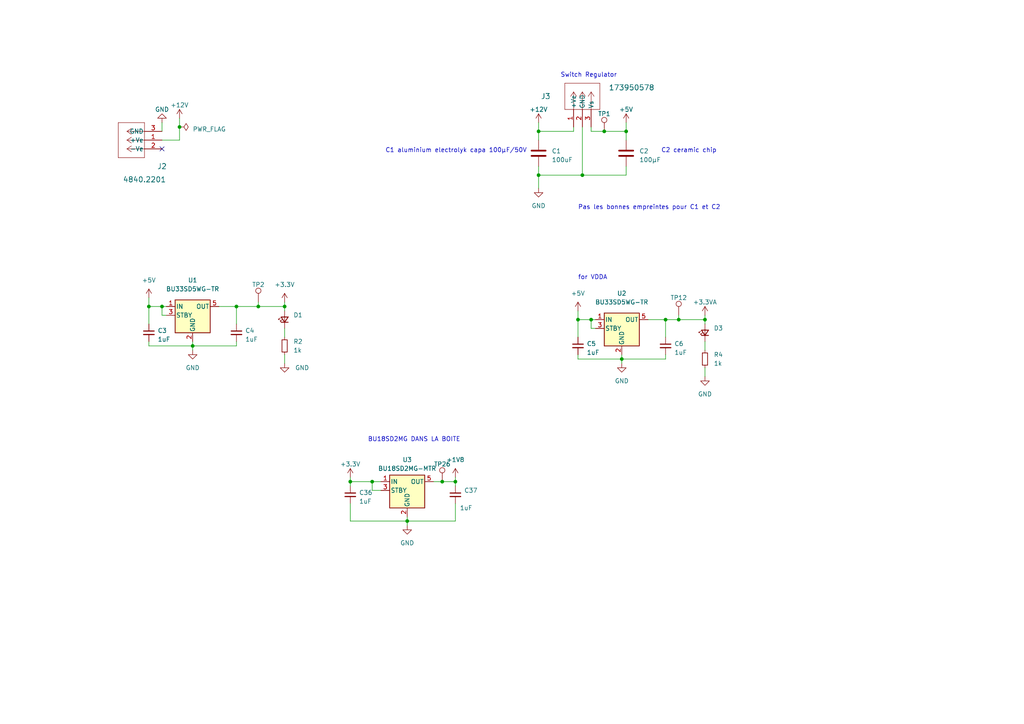
<source format=kicad_sch>
(kicad_sch (version 20230121) (generator eeschema)

  (uuid 7e98db68-5385-487a-b78b-ef9a68882582)

  (paper "A4")

  (lib_symbols
    (symbol "Connector:TestPoint" (pin_numbers hide) (pin_names (offset 0.762) hide) (in_bom yes) (on_board yes)
      (property "Reference" "TP" (at 0 6.858 0)
        (effects (font (size 1.27 1.27)))
      )
      (property "Value" "TestPoint" (at 0 5.08 0)
        (effects (font (size 1.27 1.27)))
      )
      (property "Footprint" "" (at 5.08 0 0)
        (effects (font (size 1.27 1.27)) hide)
      )
      (property "Datasheet" "~" (at 5.08 0 0)
        (effects (font (size 1.27 1.27)) hide)
      )
      (property "ki_keywords" "test point tp" (at 0 0 0)
        (effects (font (size 1.27 1.27)) hide)
      )
      (property "ki_description" "test point" (at 0 0 0)
        (effects (font (size 1.27 1.27)) hide)
      )
      (property "ki_fp_filters" "Pin* Test*" (at 0 0 0)
        (effects (font (size 1.27 1.27)) hide)
      )
      (symbol "TestPoint_0_1"
        (circle (center 0 3.302) (radius 0.762)
          (stroke (width 0) (type default))
          (fill (type none))
        )
      )
      (symbol "TestPoint_1_1"
        (pin passive line (at 0 0 90) (length 2.54)
          (name "1" (effects (font (size 1.27 1.27))))
          (number "1" (effects (font (size 1.27 1.27))))
        )
      )
    )
    (symbol "Device:C" (pin_numbers hide) (pin_names (offset 0.254)) (in_bom yes) (on_board yes)
      (property "Reference" "C" (at 0.635 2.54 0)
        (effects (font (size 1.27 1.27)) (justify left))
      )
      (property "Value" "C" (at 0.635 -2.54 0)
        (effects (font (size 1.27 1.27)) (justify left))
      )
      (property "Footprint" "" (at 0.9652 -3.81 0)
        (effects (font (size 1.27 1.27)) hide)
      )
      (property "Datasheet" "~" (at 0 0 0)
        (effects (font (size 1.27 1.27)) hide)
      )
      (property "ki_keywords" "cap capacitor" (at 0 0 0)
        (effects (font (size 1.27 1.27)) hide)
      )
      (property "ki_description" "Unpolarized capacitor" (at 0 0 0)
        (effects (font (size 1.27 1.27)) hide)
      )
      (property "ki_fp_filters" "C_*" (at 0 0 0)
        (effects (font (size 1.27 1.27)) hide)
      )
      (symbol "C_0_1"
        (polyline
          (pts
            (xy -2.032 -0.762)
            (xy 2.032 -0.762)
          )
          (stroke (width 0.508) (type default))
          (fill (type none))
        )
        (polyline
          (pts
            (xy -2.032 0.762)
            (xy 2.032 0.762)
          )
          (stroke (width 0.508) (type default))
          (fill (type none))
        )
      )
      (symbol "C_1_1"
        (pin passive line (at 0 3.81 270) (length 2.794)
          (name "~" (effects (font (size 1.27 1.27))))
          (number "1" (effects (font (size 1.27 1.27))))
        )
        (pin passive line (at 0 -3.81 90) (length 2.794)
          (name "~" (effects (font (size 1.27 1.27))))
          (number "2" (effects (font (size 1.27 1.27))))
        )
      )
    )
    (symbol "Device:C_Small" (pin_numbers hide) (pin_names (offset 0.254) hide) (in_bom yes) (on_board yes)
      (property "Reference" "C" (at 0.254 1.778 0)
        (effects (font (size 1.27 1.27)) (justify left))
      )
      (property "Value" "C_Small" (at 0.254 -2.032 0)
        (effects (font (size 1.27 1.27)) (justify left))
      )
      (property "Footprint" "" (at 0 0 0)
        (effects (font (size 1.27 1.27)) hide)
      )
      (property "Datasheet" "~" (at 0 0 0)
        (effects (font (size 1.27 1.27)) hide)
      )
      (property "ki_keywords" "capacitor cap" (at 0 0 0)
        (effects (font (size 1.27 1.27)) hide)
      )
      (property "ki_description" "Unpolarized capacitor, small symbol" (at 0 0 0)
        (effects (font (size 1.27 1.27)) hide)
      )
      (property "ki_fp_filters" "C_*" (at 0 0 0)
        (effects (font (size 1.27 1.27)) hide)
      )
      (symbol "C_Small_0_1"
        (polyline
          (pts
            (xy -1.524 -0.508)
            (xy 1.524 -0.508)
          )
          (stroke (width 0.3302) (type default))
          (fill (type none))
        )
        (polyline
          (pts
            (xy -1.524 0.508)
            (xy 1.524 0.508)
          )
          (stroke (width 0.3048) (type default))
          (fill (type none))
        )
      )
      (symbol "C_Small_1_1"
        (pin passive line (at 0 2.54 270) (length 2.032)
          (name "~" (effects (font (size 1.27 1.27))))
          (number "1" (effects (font (size 1.27 1.27))))
        )
        (pin passive line (at 0 -2.54 90) (length 2.032)
          (name "~" (effects (font (size 1.27 1.27))))
          (number "2" (effects (font (size 1.27 1.27))))
        )
      )
    )
    (symbol "Device:LED_Small" (pin_numbers hide) (pin_names (offset 0.254) hide) (in_bom yes) (on_board yes)
      (property "Reference" "D" (at -1.27 3.175 0)
        (effects (font (size 1.27 1.27)) (justify left))
      )
      (property "Value" "LED_Small" (at -4.445 -2.54 0)
        (effects (font (size 1.27 1.27)) (justify left))
      )
      (property "Footprint" "" (at 0 0 90)
        (effects (font (size 1.27 1.27)) hide)
      )
      (property "Datasheet" "~" (at 0 0 90)
        (effects (font (size 1.27 1.27)) hide)
      )
      (property "ki_keywords" "LED diode light-emitting-diode" (at 0 0 0)
        (effects (font (size 1.27 1.27)) hide)
      )
      (property "ki_description" "Light emitting diode, small symbol" (at 0 0 0)
        (effects (font (size 1.27 1.27)) hide)
      )
      (property "ki_fp_filters" "LED* LED_SMD:* LED_THT:*" (at 0 0 0)
        (effects (font (size 1.27 1.27)) hide)
      )
      (symbol "LED_Small_0_1"
        (polyline
          (pts
            (xy -0.762 -1.016)
            (xy -0.762 1.016)
          )
          (stroke (width 0.254) (type default))
          (fill (type none))
        )
        (polyline
          (pts
            (xy 1.016 0)
            (xy -0.762 0)
          )
          (stroke (width 0) (type default))
          (fill (type none))
        )
        (polyline
          (pts
            (xy 0.762 -1.016)
            (xy -0.762 0)
            (xy 0.762 1.016)
            (xy 0.762 -1.016)
          )
          (stroke (width 0.254) (type default))
          (fill (type none))
        )
        (polyline
          (pts
            (xy 0 0.762)
            (xy -0.508 1.27)
            (xy -0.254 1.27)
            (xy -0.508 1.27)
            (xy -0.508 1.016)
          )
          (stroke (width 0) (type default))
          (fill (type none))
        )
        (polyline
          (pts
            (xy 0.508 1.27)
            (xy 0 1.778)
            (xy 0.254 1.778)
            (xy 0 1.778)
            (xy 0 1.524)
          )
          (stroke (width 0) (type default))
          (fill (type none))
        )
      )
      (symbol "LED_Small_1_1"
        (pin passive line (at -2.54 0 0) (length 1.778)
          (name "K" (effects (font (size 1.27 1.27))))
          (number "1" (effects (font (size 1.27 1.27))))
        )
        (pin passive line (at 2.54 0 180) (length 1.778)
          (name "A" (effects (font (size 1.27 1.27))))
          (number "2" (effects (font (size 1.27 1.27))))
        )
      )
    )
    (symbol "Device:R_Small" (pin_numbers hide) (pin_names (offset 0.254) hide) (in_bom yes) (on_board yes)
      (property "Reference" "R" (at 0.762 0.508 0)
        (effects (font (size 1.27 1.27)) (justify left))
      )
      (property "Value" "R_Small" (at 0.762 -1.016 0)
        (effects (font (size 1.27 1.27)) (justify left))
      )
      (property "Footprint" "" (at 0 0 0)
        (effects (font (size 1.27 1.27)) hide)
      )
      (property "Datasheet" "~" (at 0 0 0)
        (effects (font (size 1.27 1.27)) hide)
      )
      (property "ki_keywords" "R resistor" (at 0 0 0)
        (effects (font (size 1.27 1.27)) hide)
      )
      (property "ki_description" "Resistor, small symbol" (at 0 0 0)
        (effects (font (size 1.27 1.27)) hide)
      )
      (property "ki_fp_filters" "R_*" (at 0 0 0)
        (effects (font (size 1.27 1.27)) hide)
      )
      (symbol "R_Small_0_1"
        (rectangle (start -0.762 1.778) (end 0.762 -1.778)
          (stroke (width 0.2032) (type default))
          (fill (type none))
        )
      )
      (symbol "R_Small_1_1"
        (pin passive line (at 0 2.54 270) (length 0.762)
          (name "~" (effects (font (size 1.27 1.27))))
          (number "1" (effects (font (size 1.27 1.27))))
        )
        (pin passive line (at 0 -2.54 90) (length 0.762)
          (name "~" (effects (font (size 1.27 1.27))))
          (number "2" (effects (font (size 1.27 1.27))))
        )
      )
    )
    (symbol "REGULATEUR 5V:4840.2201" (pin_names (offset 0.254)) (in_bom yes) (on_board yes)
      (property "Reference" "J" (at 8.89 6.35 0)
        (effects (font (size 1.524 1.524)))
      )
      (property "Value" "4840.2201" (at 1.27 5.08 0)
        (effects (font (size 1.524 1.524)))
      )
      (property "Footprint" "CONN_4840.2201_SCH" (at 1.27 8.89 0)
        (effects (font (size 1.27 1.27) italic) hide)
      )
      (property "Datasheet" "4840.2201" (at 0 0 0)
        (effects (font (size 1.27 1.27) italic) hide)
      )
      (property "ki_locked" "" (at 0 0 0)
        (effects (font (size 1.27 1.27)))
      )
      (property "ki_keywords" "4840.2201" (at 0 0 0)
        (effects (font (size 1.27 1.27)) hide)
      )
      (property "ki_fp_filters" "CONN_4840.2201_SCH" (at 0 0 0)
        (effects (font (size 1.27 1.27)) hide)
      )
      (symbol "4840.2201_1_1"
        (polyline
          (pts
            (xy 5.08 -7.62)
            (xy 12.7 -7.62)
          )
          (stroke (width 0.127) (type default))
          (fill (type none))
        )
        (polyline
          (pts
            (xy 5.08 2.54)
            (xy 5.08 -7.62)
          )
          (stroke (width 0.127) (type default))
          (fill (type none))
        )
        (polyline
          (pts
            (xy 10.16 -5.08)
            (xy 5.08 -5.08)
          )
          (stroke (width 0.127) (type default))
          (fill (type none))
        )
        (polyline
          (pts
            (xy 10.16 -5.08)
            (xy 8.89 -5.9267)
          )
          (stroke (width 0.127) (type default))
          (fill (type none))
        )
        (polyline
          (pts
            (xy 10.16 -5.08)
            (xy 8.89 -4.2333)
          )
          (stroke (width 0.127) (type default))
          (fill (type none))
        )
        (polyline
          (pts
            (xy 10.16 -2.54)
            (xy 5.08 -2.54)
          )
          (stroke (width 0.127) (type default))
          (fill (type none))
        )
        (polyline
          (pts
            (xy 10.16 -2.54)
            (xy 8.89 -3.3867)
          )
          (stroke (width 0.127) (type default))
          (fill (type none))
        )
        (polyline
          (pts
            (xy 10.16 -2.54)
            (xy 8.89 -1.6933)
          )
          (stroke (width 0.127) (type default))
          (fill (type none))
        )
        (polyline
          (pts
            (xy 10.16 0)
            (xy 5.08 0)
          )
          (stroke (width 0.127) (type default))
          (fill (type none))
        )
        (polyline
          (pts
            (xy 10.16 0)
            (xy 8.89 -0.8467)
          )
          (stroke (width 0.127) (type default))
          (fill (type none))
        )
        (polyline
          (pts
            (xy 10.16 0)
            (xy 8.89 0.8467)
          )
          (stroke (width 0.127) (type default))
          (fill (type none))
        )
        (polyline
          (pts
            (xy 12.7 -7.62)
            (xy 12.7 2.54)
          )
          (stroke (width 0.127) (type default))
          (fill (type none))
        )
        (polyline
          (pts
            (xy 12.7 2.54)
            (xy 5.08 2.54)
          )
          (stroke (width 0.127) (type default))
          (fill (type none))
        )
        (pin power_in line (at 0 -2.54 0) (length 5.08)
          (name "+Ve" (effects (font (size 1.27 1.27))))
          (number "1" (effects (font (size 1.27 1.27))))
        )
        (pin power_in line (at 0 0 0) (length 5.08)
          (name "-Ve" (effects (font (size 1.27 1.27))))
          (number "2" (effects (font (size 1.27 1.27))))
        )
        (pin power_in line (at 0 -5.08 0) (length 5.08)
          (name "GND" (effects (font (size 1.27 1.27))))
          (number "3" (effects (font (size 1.27 1.27))))
        )
      )
      (symbol "4840.2201_1_2"
        (polyline
          (pts
            (xy 5.08 -7.62)
            (xy 12.7 -7.62)
          )
          (stroke (width 0.127) (type default))
          (fill (type none))
        )
        (polyline
          (pts
            (xy 5.08 2.54)
            (xy 5.08 -7.62)
          )
          (stroke (width 0.127) (type default))
          (fill (type none))
        )
        (polyline
          (pts
            (xy 7.62 -5.08)
            (xy 5.08 -5.08)
          )
          (stroke (width 0.127) (type default))
          (fill (type none))
        )
        (polyline
          (pts
            (xy 7.62 -5.08)
            (xy 8.89 -5.9267)
          )
          (stroke (width 0.127) (type default))
          (fill (type none))
        )
        (polyline
          (pts
            (xy 7.62 -5.08)
            (xy 8.89 -4.2333)
          )
          (stroke (width 0.127) (type default))
          (fill (type none))
        )
        (polyline
          (pts
            (xy 7.62 -2.54)
            (xy 5.08 -2.54)
          )
          (stroke (width 0.127) (type default))
          (fill (type none))
        )
        (polyline
          (pts
            (xy 7.62 -2.54)
            (xy 8.89 -3.3867)
          )
          (stroke (width 0.127) (type default))
          (fill (type none))
        )
        (polyline
          (pts
            (xy 7.62 -2.54)
            (xy 8.89 -1.6933)
          )
          (stroke (width 0.127) (type default))
          (fill (type none))
        )
        (polyline
          (pts
            (xy 7.62 0)
            (xy 5.08 0)
          )
          (stroke (width 0.127) (type default))
          (fill (type none))
        )
        (polyline
          (pts
            (xy 7.62 0)
            (xy 8.89 -0.8467)
          )
          (stroke (width 0.127) (type default))
          (fill (type none))
        )
        (polyline
          (pts
            (xy 7.62 0)
            (xy 8.89 0.8467)
          )
          (stroke (width 0.127) (type default))
          (fill (type none))
        )
        (polyline
          (pts
            (xy 12.7 -7.62)
            (xy 12.7 2.54)
          )
          (stroke (width 0.127) (type default))
          (fill (type none))
        )
        (polyline
          (pts
            (xy 12.7 2.54)
            (xy 5.08 2.54)
          )
          (stroke (width 0.127) (type default))
          (fill (type none))
        )
        (pin unspecified line (at 0 -2.54 0) (length 5.08)
          (name "1" (effects (font (size 1.27 1.27))))
          (number "1" (effects (font (size 1.27 1.27))))
        )
        (pin unspecified line (at 0 0 0) (length 5.08)
          (name "2" (effects (font (size 1.27 1.27))))
          (number "2" (effects (font (size 1.27 1.27))))
        )
        (pin unspecified line (at 0 -5.08 0) (length 5.08)
          (name "3" (effects (font (size 1.27 1.27))))
          (number "3" (effects (font (size 1.27 1.27))))
        )
      )
    )
    (symbol "Regulator 5V:173950578" (pin_names (offset 0.254)) (in_bom yes) (on_board yes)
      (property "Reference" "J" (at 8.89 6.35 0)
        (effects (font (size 1.524 1.524)))
      )
      (property "Value" "173950578" (at 0 0 0)
        (effects (font (size 1.524 1.524)))
      )
      (property "Footprint" "CONN3_950578_WRE" (at 0 3.81 0)
        (effects (font (size 1.27 1.27) italic) hide)
      )
      (property "Datasheet" "173950578" (at 0 0 0)
        (effects (font (size 1.27 1.27) italic) hide)
      )
      (property "ki_locked" "" (at 0 0 0)
        (effects (font (size 1.27 1.27)))
      )
      (property "ki_keywords" "173950578" (at 0 0 0)
        (effects (font (size 1.27 1.27)) hide)
      )
      (property "ki_fp_filters" "CONN3_950578_WRE" (at 0 0 0)
        (effects (font (size 1.27 1.27)) hide)
      )
      (symbol "173950578_0_1"
        (polyline
          (pts
            (xy 5.08 -7.62)
            (xy 12.7 -7.62)
          )
          (stroke (width 0.127) (type default))
          (fill (type none))
        )
        (polyline
          (pts
            (xy 5.08 2.54)
            (xy 5.08 -7.62)
          )
          (stroke (width 0.127) (type default))
          (fill (type none))
        )
        (polyline
          (pts
            (xy 10.16 -5.08)
            (xy 5.08 -5.08)
          )
          (stroke (width 0.127) (type default))
          (fill (type none))
        )
        (polyline
          (pts
            (xy 10.16 -5.08)
            (xy 8.89 -5.9267)
          )
          (stroke (width 0.127) (type default))
          (fill (type none))
        )
        (polyline
          (pts
            (xy 10.16 -5.08)
            (xy 8.89 -4.2333)
          )
          (stroke (width 0.127) (type default))
          (fill (type none))
        )
        (polyline
          (pts
            (xy 10.16 -2.54)
            (xy 5.08 -2.54)
          )
          (stroke (width 0.127) (type default))
          (fill (type none))
        )
        (polyline
          (pts
            (xy 10.16 -2.54)
            (xy 8.89 -3.3867)
          )
          (stroke (width 0.127) (type default))
          (fill (type none))
        )
        (polyline
          (pts
            (xy 10.16 -2.54)
            (xy 8.89 -1.6933)
          )
          (stroke (width 0.127) (type default))
          (fill (type none))
        )
        (polyline
          (pts
            (xy 10.16 0)
            (xy 5.08 0)
          )
          (stroke (width 0.127) (type default))
          (fill (type none))
        )
        (polyline
          (pts
            (xy 10.16 0)
            (xy 8.89 -0.8467)
          )
          (stroke (width 0.127) (type default))
          (fill (type none))
        )
        (polyline
          (pts
            (xy 10.16 0)
            (xy 8.89 0.8467)
          )
          (stroke (width 0.127) (type default))
          (fill (type none))
        )
        (polyline
          (pts
            (xy 12.7 -7.62)
            (xy 12.7 2.54)
          )
          (stroke (width 0.127) (type default))
          (fill (type none))
        )
        (polyline
          (pts
            (xy 12.7 2.54)
            (xy 5.08 2.54)
          )
          (stroke (width 0.127) (type default))
          (fill (type none))
        )
        (pin power_in line (at 0 0 0) (length 5.08)
          (name "+Ve" (effects (font (size 1.27 1.27))))
          (number "1" (effects (font (size 1.27 1.27))))
        )
        (pin power_in line (at 0 -2.54 0) (length 5.08)
          (name "GND" (effects (font (size 1.27 1.27))))
          (number "2" (effects (font (size 1.27 1.27))))
        )
        (pin power_out line (at 0 -5.08 0) (length 5.08)
          (name "Vs" (effects (font (size 1.27 1.27))))
          (number "3" (effects (font (size 1.27 1.27))))
        )
      )
    )
    (symbol "WITNS_ROHM:BU18SD2MG-MTR" (pin_names (offset 0.254)) (in_bom yes) (on_board yes)
      (property "Reference" "U?" (at 0 9.525 0)
        (effects (font (size 1.27 1.27)))
      )
      (property "Value" "BU18SD2MG-MTR" (at 0 6.985 0)
        (effects (font (size 1.27 1.27)))
      )
      (property "Footprint" "Package_TO_SOT_SMD:SOT-23-5" (at 0 8.255 0)
        (effects (font (size 1.27 1.27) italic) hide)
      )
      (property "Datasheet" "https://fscdn.rohm.com/en/products/databook/datasheet/ic/power/linear_regulator/buxxsd2mg-m-e.pdf" (at 0 1.27 0)
        (effects (font (size 1.27 1.27)) hide)
      )
      (property "ki_keywords" "200mA LDO Regulator Fixed Positive" (at 0 0 0)
        (effects (font (size 1.27 1.27)) hide)
      )
      (property "ki_description" "200mA Low Dropout Voltage Regulator, Fixed Output 1.8V, SOT-23-5" (at 0 0 0)
        (effects (font (size 1.27 1.27)) hide)
      )
      (property "ki_fp_filters" "SOT?23*" (at 0 0 0)
        (effects (font (size 1.27 1.27)) hide)
      )
      (symbol "BU18SD2MG-MTR_0_1"
        (rectangle (start -5.08 4.445) (end 5.08 -5.08)
          (stroke (width 0.254) (type default))
          (fill (type background))
        )
      )
      (symbol "BU18SD2MG-MTR_1_1"
        (pin power_in line (at -7.62 2.54 0) (length 2.54)
          (name "IN" (effects (font (size 1.27 1.27))))
          (number "1" (effects (font (size 1.27 1.27))))
        )
        (pin power_in line (at 0 -7.62 90) (length 2.54)
          (name "GND" (effects (font (size 1.27 1.27))))
          (number "2" (effects (font (size 1.27 1.27))))
        )
        (pin input line (at -7.62 0 0) (length 2.54)
          (name "STBY" (effects (font (size 1.27 1.27))))
          (number "3" (effects (font (size 1.27 1.27))))
        )
        (pin no_connect line (at 5.08 0 180) (length 2.54) hide
          (name "NC" (effects (font (size 1.27 1.27))))
          (number "4" (effects (font (size 1.27 1.27))))
        )
        (pin power_out line (at 7.62 2.54 180) (length 2.54)
          (name "OUT" (effects (font (size 1.27 1.27))))
          (number "5" (effects (font (size 1.27 1.27))))
        )
      )
    )
    (symbol "WITNS_ROHM:BU33SD5WG-TR" (pin_names (offset 0.254)) (in_bom yes) (on_board yes)
      (property "Reference" "U?" (at 0 10.16 0)
        (effects (font (size 1.27 1.27)))
      )
      (property "Value" "BU33SD5WG-TR" (at 0 7.62 0)
        (effects (font (size 1.27 1.27)))
      )
      (property "Footprint" "Package_TO_SOT_SMD:SOT-23-5" (at 0 8.255 0)
        (effects (font (size 1.27 1.27) italic) hide)
      )
      (property "Datasheet" "https://fscdn.rohm.com/en/products/databook/datasheet/ic/power/linear_regulator/buxxsd5wg-e.pdf" (at 0 1.27 0)
        (effects (font (size 1.27 1.27)) hide)
      )
      (property "ki_keywords" "500mA LDO Regulator Fixed Positive" (at 0 0 0)
        (effects (font (size 1.27 1.27)) hide)
      )
      (property "ki_description" "500mA Low Dropout Voltage Regulator, Fixed Output 3.3V, SOT-23-5" (at 0 0 0)
        (effects (font (size 1.27 1.27)) hide)
      )
      (property "ki_fp_filters" "SOT?23*" (at 0 0 0)
        (effects (font (size 1.27 1.27)) hide)
      )
      (symbol "BU33SD5WG-TR_0_1"
        (rectangle (start -5.08 4.445) (end 5.08 -5.08)
          (stroke (width 0.254) (type default))
          (fill (type background))
        )
      )
      (symbol "BU33SD5WG-TR_1_1"
        (pin power_in line (at -7.62 2.54 0) (length 2.54)
          (name "IN" (effects (font (size 1.27 1.27))))
          (number "1" (effects (font (size 1.27 1.27))))
        )
        (pin power_in line (at 0 -7.62 90) (length 2.54)
          (name "GND" (effects (font (size 1.27 1.27))))
          (number "2" (effects (font (size 1.27 1.27))))
        )
        (pin input line (at -7.62 0 0) (length 2.54)
          (name "STBY" (effects (font (size 1.27 1.27))))
          (number "3" (effects (font (size 1.27 1.27))))
        )
        (pin no_connect line (at 5.08 0 180) (length 2.54) hide
          (name "NC" (effects (font (size 1.27 1.27))))
          (number "4" (effects (font (size 1.27 1.27))))
        )
        (pin power_out line (at 7.62 2.54 180) (length 2.54)
          (name "OUT" (effects (font (size 1.27 1.27))))
          (number "5" (effects (font (size 1.27 1.27))))
        )
      )
    )
    (symbol "power:+12V" (power) (pin_names (offset 0)) (in_bom yes) (on_board yes)
      (property "Reference" "#PWR" (at 0 -3.81 0)
        (effects (font (size 1.27 1.27)) hide)
      )
      (property "Value" "+12V" (at 0 3.556 0)
        (effects (font (size 1.27 1.27)))
      )
      (property "Footprint" "" (at 0 0 0)
        (effects (font (size 1.27 1.27)) hide)
      )
      (property "Datasheet" "" (at 0 0 0)
        (effects (font (size 1.27 1.27)) hide)
      )
      (property "ki_keywords" "global power" (at 0 0 0)
        (effects (font (size 1.27 1.27)) hide)
      )
      (property "ki_description" "Power symbol creates a global label with name \"+12V\"" (at 0 0 0)
        (effects (font (size 1.27 1.27)) hide)
      )
      (symbol "+12V_0_1"
        (polyline
          (pts
            (xy -0.762 1.27)
            (xy 0 2.54)
          )
          (stroke (width 0) (type default))
          (fill (type none))
        )
        (polyline
          (pts
            (xy 0 0)
            (xy 0 2.54)
          )
          (stroke (width 0) (type default))
          (fill (type none))
        )
        (polyline
          (pts
            (xy 0 2.54)
            (xy 0.762 1.27)
          )
          (stroke (width 0) (type default))
          (fill (type none))
        )
      )
      (symbol "+12V_1_1"
        (pin power_in line (at 0 0 90) (length 0) hide
          (name "+12V" (effects (font (size 1.27 1.27))))
          (number "1" (effects (font (size 1.27 1.27))))
        )
      )
    )
    (symbol "power:+1V8" (power) (pin_names (offset 0)) (in_bom yes) (on_board yes)
      (property "Reference" "#PWR" (at 0 -3.81 0)
        (effects (font (size 1.27 1.27)) hide)
      )
      (property "Value" "+1V8" (at 0 3.556 0)
        (effects (font (size 1.27 1.27)))
      )
      (property "Footprint" "" (at 0 0 0)
        (effects (font (size 1.27 1.27)) hide)
      )
      (property "Datasheet" "" (at 0 0 0)
        (effects (font (size 1.27 1.27)) hide)
      )
      (property "ki_keywords" "global power" (at 0 0 0)
        (effects (font (size 1.27 1.27)) hide)
      )
      (property "ki_description" "Power symbol creates a global label with name \"+1V8\"" (at 0 0 0)
        (effects (font (size 1.27 1.27)) hide)
      )
      (symbol "+1V8_0_1"
        (polyline
          (pts
            (xy -0.762 1.27)
            (xy 0 2.54)
          )
          (stroke (width 0) (type default))
          (fill (type none))
        )
        (polyline
          (pts
            (xy 0 0)
            (xy 0 2.54)
          )
          (stroke (width 0) (type default))
          (fill (type none))
        )
        (polyline
          (pts
            (xy 0 2.54)
            (xy 0.762 1.27)
          )
          (stroke (width 0) (type default))
          (fill (type none))
        )
      )
      (symbol "+1V8_1_1"
        (pin power_in line (at 0 0 90) (length 0) hide
          (name "+1V8" (effects (font (size 1.27 1.27))))
          (number "1" (effects (font (size 1.27 1.27))))
        )
      )
    )
    (symbol "power:+3.3V" (power) (pin_names (offset 0)) (in_bom yes) (on_board yes)
      (property "Reference" "#PWR" (at 0 -3.81 0)
        (effects (font (size 1.27 1.27)) hide)
      )
      (property "Value" "+3.3V" (at 0 3.556 0)
        (effects (font (size 1.27 1.27)))
      )
      (property "Footprint" "" (at 0 0 0)
        (effects (font (size 1.27 1.27)) hide)
      )
      (property "Datasheet" "" (at 0 0 0)
        (effects (font (size 1.27 1.27)) hide)
      )
      (property "ki_keywords" "global power" (at 0 0 0)
        (effects (font (size 1.27 1.27)) hide)
      )
      (property "ki_description" "Power symbol creates a global label with name \"+3.3V\"" (at 0 0 0)
        (effects (font (size 1.27 1.27)) hide)
      )
      (symbol "+3.3V_0_1"
        (polyline
          (pts
            (xy -0.762 1.27)
            (xy 0 2.54)
          )
          (stroke (width 0) (type default))
          (fill (type none))
        )
        (polyline
          (pts
            (xy 0 0)
            (xy 0 2.54)
          )
          (stroke (width 0) (type default))
          (fill (type none))
        )
        (polyline
          (pts
            (xy 0 2.54)
            (xy 0.762 1.27)
          )
          (stroke (width 0) (type default))
          (fill (type none))
        )
      )
      (symbol "+3.3V_1_1"
        (pin power_in line (at 0 0 90) (length 0) hide
          (name "+3.3V" (effects (font (size 1.27 1.27))))
          (number "1" (effects (font (size 1.27 1.27))))
        )
      )
    )
    (symbol "power:+3.3VA" (power) (pin_names (offset 0)) (in_bom yes) (on_board yes)
      (property "Reference" "#PWR" (at 0 -3.81 0)
        (effects (font (size 1.27 1.27)) hide)
      )
      (property "Value" "+3.3VA" (at 0 3.556 0)
        (effects (font (size 1.27 1.27)))
      )
      (property "Footprint" "" (at 0 0 0)
        (effects (font (size 1.27 1.27)) hide)
      )
      (property "Datasheet" "" (at 0 0 0)
        (effects (font (size 1.27 1.27)) hide)
      )
      (property "ki_keywords" "global power" (at 0 0 0)
        (effects (font (size 1.27 1.27)) hide)
      )
      (property "ki_description" "Power symbol creates a global label with name \"+3.3VA\"" (at 0 0 0)
        (effects (font (size 1.27 1.27)) hide)
      )
      (symbol "+3.3VA_0_1"
        (polyline
          (pts
            (xy -0.762 1.27)
            (xy 0 2.54)
          )
          (stroke (width 0) (type default))
          (fill (type none))
        )
        (polyline
          (pts
            (xy 0 0)
            (xy 0 2.54)
          )
          (stroke (width 0) (type default))
          (fill (type none))
        )
        (polyline
          (pts
            (xy 0 2.54)
            (xy 0.762 1.27)
          )
          (stroke (width 0) (type default))
          (fill (type none))
        )
      )
      (symbol "+3.3VA_1_1"
        (pin power_in line (at 0 0 90) (length 0) hide
          (name "+3.3VA" (effects (font (size 1.27 1.27))))
          (number "1" (effects (font (size 1.27 1.27))))
        )
      )
    )
    (symbol "power:+5V" (power) (pin_names (offset 0)) (in_bom yes) (on_board yes)
      (property "Reference" "#PWR" (at 0 -3.81 0)
        (effects (font (size 1.27 1.27)) hide)
      )
      (property "Value" "+5V" (at 0 3.556 0)
        (effects (font (size 1.27 1.27)))
      )
      (property "Footprint" "" (at 0 0 0)
        (effects (font (size 1.27 1.27)) hide)
      )
      (property "Datasheet" "" (at 0 0 0)
        (effects (font (size 1.27 1.27)) hide)
      )
      (property "ki_keywords" "global power" (at 0 0 0)
        (effects (font (size 1.27 1.27)) hide)
      )
      (property "ki_description" "Power symbol creates a global label with name \"+5V\"" (at 0 0 0)
        (effects (font (size 1.27 1.27)) hide)
      )
      (symbol "+5V_0_1"
        (polyline
          (pts
            (xy -0.762 1.27)
            (xy 0 2.54)
          )
          (stroke (width 0) (type default))
          (fill (type none))
        )
        (polyline
          (pts
            (xy 0 0)
            (xy 0 2.54)
          )
          (stroke (width 0) (type default))
          (fill (type none))
        )
        (polyline
          (pts
            (xy 0 2.54)
            (xy 0.762 1.27)
          )
          (stroke (width 0) (type default))
          (fill (type none))
        )
      )
      (symbol "+5V_1_1"
        (pin power_in line (at 0 0 90) (length 0) hide
          (name "+5V" (effects (font (size 1.27 1.27))))
          (number "1" (effects (font (size 1.27 1.27))))
        )
      )
    )
    (symbol "power:GND" (power) (pin_names (offset 0)) (in_bom yes) (on_board yes)
      (property "Reference" "#PWR" (at 0 -6.35 0)
        (effects (font (size 1.27 1.27)) hide)
      )
      (property "Value" "GND" (at 0 -3.81 0)
        (effects (font (size 1.27 1.27)))
      )
      (property "Footprint" "" (at 0 0 0)
        (effects (font (size 1.27 1.27)) hide)
      )
      (property "Datasheet" "" (at 0 0 0)
        (effects (font (size 1.27 1.27)) hide)
      )
      (property "ki_keywords" "global power" (at 0 0 0)
        (effects (font (size 1.27 1.27)) hide)
      )
      (property "ki_description" "Power symbol creates a global label with name \"GND\" , ground" (at 0 0 0)
        (effects (font (size 1.27 1.27)) hide)
      )
      (symbol "GND_0_1"
        (polyline
          (pts
            (xy 0 0)
            (xy 0 -1.27)
            (xy 1.27 -1.27)
            (xy 0 -2.54)
            (xy -1.27 -1.27)
            (xy 0 -1.27)
          )
          (stroke (width 0) (type default))
          (fill (type none))
        )
      )
      (symbol "GND_1_1"
        (pin power_in line (at 0 0 270) (length 0) hide
          (name "GND" (effects (font (size 1.27 1.27))))
          (number "1" (effects (font (size 1.27 1.27))))
        )
      )
    )
    (symbol "power:PWR_FLAG" (power) (pin_numbers hide) (pin_names (offset 0) hide) (in_bom yes) (on_board yes)
      (property "Reference" "#FLG" (at 0 1.905 0)
        (effects (font (size 1.27 1.27)) hide)
      )
      (property "Value" "PWR_FLAG" (at 0 3.81 0)
        (effects (font (size 1.27 1.27)))
      )
      (property "Footprint" "" (at 0 0 0)
        (effects (font (size 1.27 1.27)) hide)
      )
      (property "Datasheet" "~" (at 0 0 0)
        (effects (font (size 1.27 1.27)) hide)
      )
      (property "ki_keywords" "flag power" (at 0 0 0)
        (effects (font (size 1.27 1.27)) hide)
      )
      (property "ki_description" "Special symbol for telling ERC where power comes from" (at 0 0 0)
        (effects (font (size 1.27 1.27)) hide)
      )
      (symbol "PWR_FLAG_0_0"
        (pin power_out line (at 0 0 90) (length 0)
          (name "pwr" (effects (font (size 1.27 1.27))))
          (number "1" (effects (font (size 1.27 1.27))))
        )
      )
      (symbol "PWR_FLAG_0_1"
        (polyline
          (pts
            (xy 0 0)
            (xy 0 1.27)
            (xy -1.016 1.905)
            (xy 0 2.54)
            (xy 1.016 1.905)
            (xy 0 1.27)
          )
          (stroke (width 0) (type default))
          (fill (type none))
        )
      )
    )
  )

  (junction (at 180.34 104.14) (diameter 0) (color 0 0 0 0)
    (uuid 0020fb07-01b7-4e07-9088-78ca8f078729)
  )
  (junction (at 167.64 92.71) (diameter 0) (color 0 0 0 0)
    (uuid 032b23e9-a50a-4d28-bdbf-9f1460bd5288)
  )
  (junction (at 171.45 92.71) (diameter 0) (color 0 0 0 0)
    (uuid 089d9d54-e6f0-4062-b234-75e59ac8d2bb)
  )
  (junction (at 107.95 139.7) (diameter 0) (color 0 0 0 0)
    (uuid 0f3e92e7-c0a4-44e5-b2b6-8fae7e20c3ce)
  )
  (junction (at 204.47 92.71) (diameter 0) (color 0 0 0 0)
    (uuid 10f929ea-349a-4584-981c-46af08b956f1)
  )
  (junction (at 181.61 38.1) (diameter 0) (color 0 0 0 0)
    (uuid 15e3c7d1-d099-4970-8475-c607c9c271cc)
  )
  (junction (at 193.04 92.71) (diameter 0) (color 0 0 0 0)
    (uuid 251f918e-2bdb-4016-98e2-2065383744d5)
  )
  (junction (at 55.88 100.33) (diameter 0) (color 0 0 0 0)
    (uuid 32c38f17-0231-40ad-93a9-492533084395)
  )
  (junction (at 132.08 139.7) (diameter 0) (color 0 0 0 0)
    (uuid 45541ea7-1c30-4577-97e5-2744108bf578)
  )
  (junction (at 43.18 88.9) (diameter 0) (color 0 0 0 0)
    (uuid 537f6662-818c-4a2d-acbb-1dbe0572b582)
  )
  (junction (at 118.11 151.13) (diameter 0) (color 0 0 0 0)
    (uuid 5d099ce5-a1ba-4681-84fd-8b6fa9e2de80)
  )
  (junction (at 82.55 88.9) (diameter 0) (color 0 0 0 0)
    (uuid 6f5989b8-f407-4dbd-8b85-ed6aeed0d1ad)
  )
  (junction (at 156.21 50.8) (diameter 0) (color 0 0 0 0)
    (uuid 838e0356-5a3a-4b9d-a975-9128cae62333)
  )
  (junction (at 101.6 139.7) (diameter 0) (color 0 0 0 0)
    (uuid 8c0bacfe-4418-4550-ac72-72f3868bce66)
  )
  (junction (at 46.99 88.9) (diameter 0) (color 0 0 0 0)
    (uuid 9ce8aacc-6473-4165-8a36-b6c76d0f6d6f)
  )
  (junction (at 128.27 139.7) (diameter 0) (color 0 0 0 0)
    (uuid aefbbcf9-bec3-4058-86b3-5a970a89542b)
  )
  (junction (at 74.93 88.9) (diameter 0) (color 0 0 0 0)
    (uuid b2557d0d-4af2-4633-9ae4-0f7f2579dec9)
  )
  (junction (at 156.21 38.1) (diameter 0) (color 0 0 0 0)
    (uuid ca1ec14a-dbf8-48bd-9e58-7ccf4ea14fa5)
  )
  (junction (at 196.85 92.71) (diameter 0) (color 0 0 0 0)
    (uuid ebd97be6-34c7-4848-a4d2-82b71b48e503)
  )
  (junction (at 52.07 36.83) (diameter 0) (color 0 0 0 0)
    (uuid efa579dd-92cd-4f2f-923f-d3af5d9b4ed8)
  )
  (junction (at 175.26 38.1) (diameter 0) (color 0 0 0 0)
    (uuid f0db0270-76ec-49e6-8cae-ae7c3a8b2cf9)
  )
  (junction (at 68.58 88.9) (diameter 0) (color 0 0 0 0)
    (uuid f6fcd4c9-e120-4d19-b41c-4bdfa20f54c4)
  )
  (junction (at 168.91 50.8) (diameter 0) (color 0 0 0 0)
    (uuid fbc12037-af7e-4c12-98da-03d4264d7e87)
  )

  (no_connect (at 46.99 43.18) (uuid 046056cb-e8e3-433a-a6dd-1b22ff0d2fe9))

  (wire (pts (xy 43.18 99.06) (xy 43.18 100.33))
    (stroke (width 0) (type default))
    (uuid 0108d508-e9f8-46b2-897c-b1ac36c85ff9)
  )
  (wire (pts (xy 187.96 92.71) (xy 193.04 92.71))
    (stroke (width 0) (type default))
    (uuid 0498a2fe-1e2d-4653-b35f-f8ff0f2ae8a9)
  )
  (wire (pts (xy 55.88 100.33) (xy 55.88 101.6))
    (stroke (width 0) (type default))
    (uuid 04de8d01-4a95-4473-bfd6-358cc66fcf6c)
  )
  (wire (pts (xy 171.45 95.25) (xy 171.45 92.71))
    (stroke (width 0) (type default))
    (uuid 08c36700-bad9-4b5f-986d-ffc0f3176de4)
  )
  (wire (pts (xy 101.6 146.05) (xy 101.6 151.13))
    (stroke (width 0) (type default))
    (uuid 10697540-3bd0-4e57-a5e2-e68fe52697ec)
  )
  (wire (pts (xy 46.99 91.44) (xy 46.99 88.9))
    (stroke (width 0) (type default))
    (uuid 12f16aaf-d4fe-4c60-8158-164e580b5b4f)
  )
  (wire (pts (xy 196.85 91.44) (xy 196.85 92.71))
    (stroke (width 0) (type default))
    (uuid 137f1f84-33e2-4371-a28b-35590893be62)
  )
  (wire (pts (xy 180.34 104.14) (xy 193.04 104.14))
    (stroke (width 0) (type default))
    (uuid 16c1c99e-17ff-4506-85ce-4bbf2b34db4e)
  )
  (wire (pts (xy 132.08 151.13) (xy 118.11 151.13))
    (stroke (width 0) (type default))
    (uuid 1a4a9523-bc3c-44f8-ba1d-ed0aaec4df12)
  )
  (wire (pts (xy 107.95 142.24) (xy 107.95 139.7))
    (stroke (width 0) (type default))
    (uuid 1d74663c-0b61-4e3a-93d7-c612bfb4b66b)
  )
  (wire (pts (xy 132.08 140.97) (xy 132.08 139.7))
    (stroke (width 0) (type default))
    (uuid 22e19ff0-d2da-4d67-923d-1cc1baaacd20)
  )
  (wire (pts (xy 171.45 38.1) (xy 175.26 38.1))
    (stroke (width 0) (type default))
    (uuid 24cb2085-85d6-483c-9429-b5b6cf318699)
  )
  (wire (pts (xy 68.58 100.33) (xy 68.58 99.06))
    (stroke (width 0) (type default))
    (uuid 24e7e315-1a6b-4b2b-9127-4ef49267aed1)
  )
  (wire (pts (xy 167.64 92.71) (xy 167.64 97.79))
    (stroke (width 0) (type default))
    (uuid 252a34da-085e-4e3f-aa2d-bbc9e51753f4)
  )
  (wire (pts (xy 193.04 92.71) (xy 196.85 92.71))
    (stroke (width 0) (type default))
    (uuid 302a20c2-b6c3-4076-abc7-0584bead7e3a)
  )
  (wire (pts (xy 68.58 88.9) (xy 68.58 93.98))
    (stroke (width 0) (type default))
    (uuid 3220b4a4-ec68-412e-b7f6-d87cfd382d99)
  )
  (wire (pts (xy 156.21 35.56) (xy 156.21 38.1))
    (stroke (width 0) (type default))
    (uuid 35790f4b-8fab-4efb-a17c-3d7f5a633441)
  )
  (wire (pts (xy 101.6 140.97) (xy 101.6 139.7))
    (stroke (width 0) (type default))
    (uuid 3a12a8a9-359f-4fc3-829b-5222283ea63f)
  )
  (wire (pts (xy 118.11 151.13) (xy 118.11 149.86))
    (stroke (width 0) (type default))
    (uuid 3c13bfc3-114f-456c-a7a8-c492d0b3a865)
  )
  (wire (pts (xy 43.18 100.33) (xy 55.88 100.33))
    (stroke (width 0) (type default))
    (uuid 4460684d-cf09-4e50-a93c-03b8ceefb39d)
  )
  (wire (pts (xy 46.99 35.56) (xy 46.99 38.1))
    (stroke (width 0) (type default))
    (uuid 4a908b7e-d783-49f5-9a4f-1529dce72a60)
  )
  (wire (pts (xy 156.21 38.1) (xy 166.37 38.1))
    (stroke (width 0) (type default))
    (uuid 4e2503ce-64f9-4981-b8ab-7fd4620a5141)
  )
  (wire (pts (xy 204.47 91.44) (xy 204.47 92.71))
    (stroke (width 0) (type default))
    (uuid 5106e98d-1331-42ba-a5bb-92122b63810c)
  )
  (wire (pts (xy 43.18 88.9) (xy 46.99 88.9))
    (stroke (width 0) (type default))
    (uuid 518003af-0750-45fb-bb76-c648fd5bc675)
  )
  (wire (pts (xy 82.55 87.63) (xy 82.55 88.9))
    (stroke (width 0) (type default))
    (uuid 52ccd376-1482-4bb8-af4f-2aa328916654)
  )
  (wire (pts (xy 180.34 104.14) (xy 180.34 105.41))
    (stroke (width 0) (type default))
    (uuid 54168b82-a99f-44fe-8556-104dcacb1d2b)
  )
  (wire (pts (xy 68.58 88.9) (xy 74.93 88.9))
    (stroke (width 0) (type default))
    (uuid 565c9cb5-1581-4f1c-8e44-d80a07c9d491)
  )
  (wire (pts (xy 55.88 100.33) (xy 68.58 100.33))
    (stroke (width 0) (type default))
    (uuid 57402a81-e96c-4336-b293-000fd53f558c)
  )
  (wire (pts (xy 166.37 38.1) (xy 166.37 36.83))
    (stroke (width 0) (type default))
    (uuid 5cfd799b-711e-4399-b0c4-c6c847837241)
  )
  (wire (pts (xy 175.26 38.1) (xy 181.61 38.1))
    (stroke (width 0) (type default))
    (uuid 5e81ef50-d166-4023-99e7-5696d516fa7c)
  )
  (wire (pts (xy 132.08 146.05) (xy 132.08 151.13))
    (stroke (width 0) (type default))
    (uuid 5f5269a9-6053-451e-a79b-7214f3d4a0fe)
  )
  (wire (pts (xy 118.11 152.4) (xy 118.11 151.13))
    (stroke (width 0) (type default))
    (uuid 5fca77d4-4f8c-4367-8a57-950f51ec55d1)
  )
  (wire (pts (xy 74.93 88.9) (xy 82.55 88.9))
    (stroke (width 0) (type default))
    (uuid 612d3316-949a-43c1-965e-6f829ea0a610)
  )
  (wire (pts (xy 107.95 139.7) (xy 110.49 139.7))
    (stroke (width 0) (type default))
    (uuid 660e9017-b249-4211-a1f8-17b8e1de1458)
  )
  (wire (pts (xy 52.07 36.83) (xy 52.07 34.29))
    (stroke (width 0) (type default))
    (uuid 687b71a4-35ee-4cd5-b3c9-0c65cf04a17e)
  )
  (wire (pts (xy 204.47 106.68) (xy 204.47 109.22))
    (stroke (width 0) (type default))
    (uuid 6e0f6a9b-f6b8-415d-9562-c5928b50a819)
  )
  (wire (pts (xy 204.47 99.06) (xy 204.47 101.6))
    (stroke (width 0) (type default))
    (uuid 6e606fd4-e822-4156-afe9-17a3cb451596)
  )
  (wire (pts (xy 55.88 99.06) (xy 55.88 100.33))
    (stroke (width 0) (type default))
    (uuid 7779a800-590b-4c76-afd3-77e8a34fcfab)
  )
  (wire (pts (xy 156.21 48.26) (xy 156.21 50.8))
    (stroke (width 0) (type default))
    (uuid 7db15437-e438-44d6-ba63-1c8defce9198)
  )
  (wire (pts (xy 168.91 50.8) (xy 181.61 50.8))
    (stroke (width 0) (type default))
    (uuid 83e7727e-34d0-41bf-9bf9-1f9be487ee42)
  )
  (wire (pts (xy 48.26 91.44) (xy 46.99 91.44))
    (stroke (width 0) (type default))
    (uuid 8501d85f-e2ef-4369-bf5a-4c1103cab799)
  )
  (wire (pts (xy 156.21 50.8) (xy 156.21 54.61))
    (stroke (width 0) (type default))
    (uuid 8542acdc-9c60-4ad1-bf28-d168d7cbb92d)
  )
  (wire (pts (xy 167.64 90.17) (xy 167.64 92.71))
    (stroke (width 0) (type default))
    (uuid 8c8958ee-1207-46de-bbaa-14625868ca9e)
  )
  (wire (pts (xy 43.18 86.36) (xy 43.18 88.9))
    (stroke (width 0) (type default))
    (uuid 9ebd0141-3dc8-4276-b54b-362c1814077d)
  )
  (wire (pts (xy 46.99 88.9) (xy 48.26 88.9))
    (stroke (width 0) (type default))
    (uuid a0367f9f-bc0b-4276-a7f1-35d054224301)
  )
  (wire (pts (xy 132.08 139.7) (xy 132.08 138.43))
    (stroke (width 0) (type default))
    (uuid a2945024-fcd3-4bd1-a8b0-9b694daacc90)
  )
  (wire (pts (xy 82.55 88.9) (xy 82.55 90.17))
    (stroke (width 0) (type default))
    (uuid a3c60004-ee08-422e-b8dd-473029cf3a2b)
  )
  (wire (pts (xy 101.6 151.13) (xy 118.11 151.13))
    (stroke (width 0) (type default))
    (uuid a60ffa85-170e-4beb-8d64-739e266e9c46)
  )
  (wire (pts (xy 193.04 104.14) (xy 193.04 102.87))
    (stroke (width 0) (type default))
    (uuid a9718ede-c27b-4056-b544-46a7e01c106d)
  )
  (wire (pts (xy 167.64 104.14) (xy 180.34 104.14))
    (stroke (width 0) (type default))
    (uuid aa38b2b1-c3e0-4472-a610-0250cd45f010)
  )
  (wire (pts (xy 156.21 38.1) (xy 156.21 40.64))
    (stroke (width 0) (type default))
    (uuid af390d4b-fc22-459f-841d-9c9f8caa88f1)
  )
  (wire (pts (xy 82.55 95.25) (xy 82.55 97.79))
    (stroke (width 0) (type default))
    (uuid b102d440-3634-4c23-9087-2dbc01469100)
  )
  (wire (pts (xy 125.73 139.7) (xy 128.27 139.7))
    (stroke (width 0) (type default))
    (uuid b6dc7446-b10f-4d4d-9f48-094cd4c1f3de)
  )
  (wire (pts (xy 167.64 92.71) (xy 171.45 92.71))
    (stroke (width 0) (type default))
    (uuid b8cee9c8-5052-40ea-9fd6-d1dbb0fc915e)
  )
  (wire (pts (xy 110.49 142.24) (xy 107.95 142.24))
    (stroke (width 0) (type default))
    (uuid ba98752c-d0cf-4ae0-8a0a-340dd8997b9f)
  )
  (wire (pts (xy 43.18 88.9) (xy 43.18 93.98))
    (stroke (width 0) (type default))
    (uuid babb53b7-e729-4a09-94b1-dd55ff2b8583)
  )
  (wire (pts (xy 101.6 139.7) (xy 107.95 139.7))
    (stroke (width 0) (type default))
    (uuid bb5b6d31-4495-4bde-98c3-dd7fc7b89ab2)
  )
  (wire (pts (xy 171.45 92.71) (xy 172.72 92.71))
    (stroke (width 0) (type default))
    (uuid bdf2f039-c951-4533-951a-91c64042c339)
  )
  (wire (pts (xy 196.85 92.71) (xy 204.47 92.71))
    (stroke (width 0) (type default))
    (uuid c7fd9cdb-c93d-4e57-b005-a74286658b67)
  )
  (wire (pts (xy 172.72 95.25) (xy 171.45 95.25))
    (stroke (width 0) (type default))
    (uuid cd0e527b-89c4-47e0-90e2-533242ced939)
  )
  (wire (pts (xy 46.99 40.64) (xy 52.07 40.64))
    (stroke (width 0) (type default))
    (uuid cd2e9d6a-c05a-4597-b2af-e33c7347eac7)
  )
  (wire (pts (xy 204.47 92.71) (xy 204.47 93.98))
    (stroke (width 0) (type default))
    (uuid d316d88d-2ecd-4afc-99b3-04baad7a95ba)
  )
  (wire (pts (xy 193.04 92.71) (xy 193.04 97.79))
    (stroke (width 0) (type default))
    (uuid d48c77c0-9e13-49c4-989d-a0866c7d50f0)
  )
  (wire (pts (xy 181.61 35.56) (xy 181.61 38.1))
    (stroke (width 0) (type default))
    (uuid de9166b4-aa47-4a74-9a9a-8b55e1a30a2a)
  )
  (wire (pts (xy 168.91 36.83) (xy 168.91 50.8))
    (stroke (width 0) (type default))
    (uuid e226fd63-3914-4118-b959-604bf7c900bd)
  )
  (wire (pts (xy 180.34 102.87) (xy 180.34 104.14))
    (stroke (width 0) (type default))
    (uuid e67cf3d1-49e8-4dfd-9022-6dfd923cc476)
  )
  (wire (pts (xy 101.6 139.7) (xy 101.6 138.43))
    (stroke (width 0) (type default))
    (uuid e83d5074-ae6e-419d-bc81-816fe707152f)
  )
  (wire (pts (xy 167.64 102.87) (xy 167.64 104.14))
    (stroke (width 0) (type default))
    (uuid eb571440-b8ed-4402-b5f5-717ee46e5ac5)
  )
  (wire (pts (xy 52.07 40.64) (xy 52.07 36.83))
    (stroke (width 0) (type default))
    (uuid ec49c1d8-b04c-4e08-8ef9-37bb0cbe1209)
  )
  (wire (pts (xy 181.61 48.26) (xy 181.61 50.8))
    (stroke (width 0) (type default))
    (uuid f250dbf1-44e9-486c-9e29-92db3dec383b)
  )
  (wire (pts (xy 171.45 36.83) (xy 171.45 38.1))
    (stroke (width 0) (type default))
    (uuid f26d80b6-8e17-49d9-8a68-fb8887c60c13)
  )
  (wire (pts (xy 74.93 87.63) (xy 74.93 88.9))
    (stroke (width 0) (type default))
    (uuid f34a7b44-a6e7-4f57-b85c-eb8c95d45ee1)
  )
  (wire (pts (xy 63.5 88.9) (xy 68.58 88.9))
    (stroke (width 0) (type default))
    (uuid fa14919b-57ad-4dc6-a21c-315f5ee61ca7)
  )
  (wire (pts (xy 181.61 38.1) (xy 181.61 40.64))
    (stroke (width 0) (type default))
    (uuid fa9d08e0-114e-437f-9d58-58b5370fc9b4)
  )
  (wire (pts (xy 128.27 139.7) (xy 132.08 139.7))
    (stroke (width 0) (type default))
    (uuid facdaeb3-7b53-483e-90e5-d363ba156dbb)
  )
  (wire (pts (xy 156.21 50.8) (xy 168.91 50.8))
    (stroke (width 0) (type default))
    (uuid fbee7e88-0105-4ffd-9460-f0e14a5e8c3e)
  )
  (wire (pts (xy 82.55 102.87) (xy 82.55 105.41))
    (stroke (width 0) (type default))
    (uuid ff201884-b521-4a09-9090-eca1336fac55)
  )

  (text "for VDDA" (at 167.64 81.28 0)
    (effects (font (size 1.27 1.27)) (justify left bottom))
    (uuid 593fd32e-4242-44e5-a84b-dd0c77dd103f)
  )
  (text "BU18SD2MG DANS LA BOITE\n" (at 106.68 128.27 0)
    (effects (font (size 1.27 1.27)) (justify left bottom))
    (uuid 7bffcc0c-e2c1-4de0-bb5b-97c067e64d49)
  )
  (text "C2 ceramic chip " (at 191.77 44.45 0)
    (effects (font (size 1.27 1.27)) (justify left bottom))
    (uuid 7d07af68-c454-4cae-85bc-130781444c11)
  )
  (text "C1 aluminium electrolyk capa 100µF/50V" (at 111.76 44.45 0)
    (effects (font (size 1.27 1.27)) (justify left bottom))
    (uuid 91c066a9-1377-43b2-9ba4-178d7a4db471)
  )
  (text "Pas les bonnes empreintes pour C1 et C2" (at 167.64 60.96 0)
    (effects (font (size 1.27 1.27)) (justify left bottom))
    (uuid a588c1da-5451-4c17-b24b-f1f9e991cfba)
  )
  (text "Switch Regulator\n\n\n" (at 162.56 26.67 0)
    (effects (font (size 1.27 1.27)) (justify left bottom))
    (uuid da337c39-a066-4217-beb8-80f00d8e3840)
  )

  (symbol (lib_id "Device:C_Small") (at 68.58 96.52 0) (unit 1)
    (in_bom yes) (on_board yes) (dnp no) (fields_autoplaced)
    (uuid 040ad414-4aeb-4ef1-b48b-e02cf2a04f06)
    (property "Reference" "C4" (at 71.12 95.8913 0)
      (effects (font (size 1.27 1.27)) (justify left))
    )
    (property "Value" "1uF" (at 71.12 98.4313 0)
      (effects (font (size 1.27 1.27)) (justify left))
    )
    (property "Footprint" "Capacitor_SMD:C_0402_1005Metric_Pad0.74x0.62mm_HandSolder" (at 68.58 96.52 0)
      (effects (font (size 1.27 1.27)) hide)
    )
    (property "Datasheet" "~" (at 68.58 96.52 0)
      (effects (font (size 1.27 1.27)) hide)
    )
    (pin "1" (uuid e9bb981f-a6f4-4f1d-b80d-0f1ec89cb42e))
    (pin "2" (uuid dc279624-412e-420d-90e3-a78bf5b926a9))
    (instances
      (project "EC"
        (path "/253d96fc-e3e7-475c-97d3-54a32a6a1970"
          (reference "C4") (unit 1)
        )
        (path "/253d96fc-e3e7-475c-97d3-54a32a6a1970/6deb9505-40af-435b-b7d2-e04b3e555ea3"
          (reference "C4") (unit 1)
        )
      )
      (project "test_SGTL5000"
        (path "/ac48c67b-93af-4f94-918a-70ca90985cf2/0bf4b4e6-cfdc-49c3-a185-97035ce0c8f7"
          (reference "C505") (unit 1)
        )
      )
    )
  )

  (symbol (lib_id "power:+3.3V") (at 82.55 87.63 0) (unit 1)
    (in_bom yes) (on_board yes) (dnp no) (fields_autoplaced)
    (uuid 06f3a518-8a72-4ae4-b52a-17afcf346048)
    (property "Reference" "#PWR033" (at 82.55 91.44 0)
      (effects (font (size 1.27 1.27)) hide)
    )
    (property "Value" "+3.3V" (at 82.55 82.55 0)
      (effects (font (size 1.27 1.27)))
    )
    (property "Footprint" "" (at 82.55 87.63 0)
      (effects (font (size 1.27 1.27)) hide)
    )
    (property "Datasheet" "" (at 82.55 87.63 0)
      (effects (font (size 1.27 1.27)) hide)
    )
    (pin "1" (uuid 4c0fce88-5215-40f2-96e0-29a17157ba6e))
    (instances
      (project "EC"
        (path "/253d96fc-e3e7-475c-97d3-54a32a6a1970"
          (reference "#PWR033") (unit 1)
        )
        (path "/253d96fc-e3e7-475c-97d3-54a32a6a1970/6deb9505-40af-435b-b7d2-e04b3e555ea3"
          (reference "#PWR015") (unit 1)
        )
      )
      (project "test_SGTL5000"
        (path "/ac48c67b-93af-4f94-918a-70ca90985cf2/0bf4b4e6-cfdc-49c3-a185-97035ce0c8f7"
          (reference "#PWR0509") (unit 1)
        )
      )
    )
  )

  (symbol (lib_id "power:+12V") (at 52.07 34.29 0) (unit 1)
    (in_bom yes) (on_board yes) (dnp no) (fields_autoplaced)
    (uuid 075366c1-f21a-459f-bb0b-0b3182a035e1)
    (property "Reference" "#PWR022" (at 52.07 38.1 0)
      (effects (font (size 1.27 1.27)) hide)
    )
    (property "Value" "+9V" (at 52.07 30.48 0)
      (effects (font (size 1.27 1.27)))
    )
    (property "Footprint" "" (at 52.07 34.29 0)
      (effects (font (size 1.27 1.27)) hide)
    )
    (property "Datasheet" "" (at 52.07 34.29 0)
      (effects (font (size 1.27 1.27)) hide)
    )
    (pin "1" (uuid be669794-e816-4e82-ab15-70e90c1cd47a))
    (instances
      (project "EC"
        (path "/253d96fc-e3e7-475c-97d3-54a32a6a1970"
          (reference "#PWR022") (unit 1)
        )
        (path "/253d96fc-e3e7-475c-97d3-54a32a6a1970/6deb9505-40af-435b-b7d2-e04b3e555ea3"
          (reference "#PWR05") (unit 1)
        )
      )
    )
  )

  (symbol (lib_id "power:+5V") (at 181.61 35.56 0) (unit 1)
    (in_bom yes) (on_board yes) (dnp no) (fields_autoplaced)
    (uuid 14fea554-5c6d-4336-99cf-6ea6e7b854e2)
    (property "Reference" "#PWR023" (at 181.61 39.37 0)
      (effects (font (size 1.27 1.27)) hide)
    )
    (property "Value" "+5V" (at 181.61 31.75 0)
      (effects (font (size 1.27 1.27)))
    )
    (property "Footprint" "" (at 181.61 35.56 0)
      (effects (font (size 1.27 1.27)) hide)
    )
    (property "Datasheet" "" (at 181.61 35.56 0)
      (effects (font (size 1.27 1.27)) hide)
    )
    (pin "1" (uuid 1bfc9e8e-8fd5-4af6-be98-f599b44a3a2d))
    (instances
      (project "EC"
        (path "/253d96fc-e3e7-475c-97d3-54a32a6a1970"
          (reference "#PWR023") (unit 1)
        )
        (path "/253d96fc-e3e7-475c-97d3-54a32a6a1970/6deb9505-40af-435b-b7d2-e04b3e555ea3"
          (reference "#PWR010") (unit 1)
        )
      )
    )
  )

  (symbol (lib_id "power:PWR_FLAG") (at 52.07 36.83 270) (unit 1)
    (in_bom yes) (on_board yes) (dnp no) (fields_autoplaced)
    (uuid 16e684c9-cb90-4387-b843-28eeb1476856)
    (property "Reference" "#FLG01" (at 53.975 36.83 0)
      (effects (font (size 1.27 1.27)) hide)
    )
    (property "Value" "PWR_FLAG" (at 55.88 37.465 90)
      (effects (font (size 1.27 1.27)) (justify left))
    )
    (property "Footprint" "" (at 52.07 36.83 0)
      (effects (font (size 1.27 1.27)) hide)
    )
    (property "Datasheet" "~" (at 52.07 36.83 0)
      (effects (font (size 1.27 1.27)) hide)
    )
    (pin "1" (uuid 7d6600e7-b278-4ce4-9975-99366adf1d30))
    (instances
      (project "EC"
        (path "/253d96fc-e3e7-475c-97d3-54a32a6a1970"
          (reference "#FLG01") (unit 1)
        )
        (path "/253d96fc-e3e7-475c-97d3-54a32a6a1970/6deb9505-40af-435b-b7d2-e04b3e555ea3"
          (reference "#FLG01") (unit 1)
        )
      )
    )
  )

  (symbol (lib_id "Regulator 5V:173950578") (at 166.37 36.83 90) (unit 1)
    (in_bom yes) (on_board yes) (dnp no)
    (uuid 1f8f492c-5227-4374-86d6-4731b18c7720)
    (property "Reference" "J3" (at 156.845 27.94 90)
      (effects (font (size 1.524 1.524)) (justify right))
    )
    (property "Value" "173950578" (at 176.53 25.4 90)
      (effects (font (size 1.524 1.524)) (justify right))
    )
    (property "Footprint" "Library:CONN3_950578_WRE_173950578" (at 162.56 36.83 0)
      (effects (font (size 1.27 1.27) italic) hide)
    )
    (property "Datasheet" "173950578" (at 166.37 36.83 0)
      (effects (font (size 1.27 1.27) italic) hide)
    )
    (pin "1" (uuid 5fbcdbbe-67e3-41a3-81eb-e71f1ea2f1c6))
    (pin "2" (uuid cb899932-63c5-44d9-96a0-e0f128118375))
    (pin "3" (uuid 2c2d0f5b-12b9-4dc7-aae1-93b5ec9221c4))
    (instances
      (project "EC"
        (path "/253d96fc-e3e7-475c-97d3-54a32a6a1970"
          (reference "J3") (unit 1)
        )
        (path "/253d96fc-e3e7-475c-97d3-54a32a6a1970/6deb9505-40af-435b-b7d2-e04b3e555ea3"
          (reference "J3") (unit 1)
        )
      )
    )
  )

  (symbol (lib_id "power:+5V") (at 167.64 90.17 0) (unit 1)
    (in_bom yes) (on_board yes) (dnp no) (fields_autoplaced)
    (uuid 2f6529c9-d7b2-4a53-bac4-f7e579a977d2)
    (property "Reference" "#PWR031" (at 167.64 93.98 0)
      (effects (font (size 1.27 1.27)) hide)
    )
    (property "Value" "+5V" (at 167.64 85.09 0)
      (effects (font (size 1.27 1.27)))
    )
    (property "Footprint" "" (at 167.64 90.17 0)
      (effects (font (size 1.27 1.27)) hide)
    )
    (property "Datasheet" "" (at 167.64 90.17 0)
      (effects (font (size 1.27 1.27)) hide)
    )
    (pin "1" (uuid df536a90-140d-40be-8297-d1931ca8e1a1))
    (instances
      (project "EC"
        (path "/253d96fc-e3e7-475c-97d3-54a32a6a1970"
          (reference "#PWR031") (unit 1)
        )
        (path "/253d96fc-e3e7-475c-97d3-54a32a6a1970/6deb9505-40af-435b-b7d2-e04b3e555ea3"
          (reference "#PWR017") (unit 1)
        )
      )
      (project "test_SGTL5000"
        (path "/ac48c67b-93af-4f94-918a-70ca90985cf2/0bf4b4e6-cfdc-49c3-a185-97035ce0c8f7"
          (reference "#PWR0502") (unit 1)
        )
      )
    )
  )

  (symbol (lib_id "Device:R_Small") (at 82.55 100.33 0) (unit 1)
    (in_bom yes) (on_board yes) (dnp no) (fields_autoplaced)
    (uuid 547bb189-17cf-46d9-a7c2-407d3a70fd9e)
    (property "Reference" "R2" (at 85.09 99.0599 0)
      (effects (font (size 1.27 1.27)) (justify left))
    )
    (property "Value" "1k" (at 85.09 101.5999 0)
      (effects (font (size 1.27 1.27)) (justify left))
    )
    (property "Footprint" "Resistor_SMD:R_0603_1608Metric" (at 82.55 100.33 0)
      (effects (font (size 1.27 1.27)) hide)
    )
    (property "Datasheet" "~" (at 82.55 100.33 0)
      (effects (font (size 1.27 1.27)) hide)
    )
    (pin "1" (uuid 26ccc613-1036-4883-b005-854f372f162d))
    (pin "2" (uuid bc5f08a7-dd28-461e-8d00-7b0e1c3bc0eb))
    (instances
      (project "EC"
        (path "/253d96fc-e3e7-475c-97d3-54a32a6a1970"
          (reference "R2") (unit 1)
        )
        (path "/253d96fc-e3e7-475c-97d3-54a32a6a1970/6deb9505-40af-435b-b7d2-e04b3e555ea3"
          (reference "R1") (unit 1)
        )
      )
      (project "test_SGTL5000"
        (path "/ac48c67b-93af-4f94-918a-70ca90985cf2/0bf4b4e6-cfdc-49c3-a185-97035ce0c8f7"
          (reference "R502") (unit 1)
        )
      )
    )
  )

  (symbol (lib_id "WITNS_ROHM:BU33SD5WG-TR") (at 55.88 91.44 0) (unit 1)
    (in_bom yes) (on_board yes) (dnp no) (fields_autoplaced)
    (uuid 61c71f47-9b6b-4224-97b5-42ed07d526b9)
    (property "Reference" "U1" (at 55.88 81.28 0)
      (effects (font (size 1.27 1.27)))
    )
    (property "Value" "BU33SD5WG-TR" (at 55.88 83.82 0)
      (effects (font (size 1.27 1.27)))
    )
    (property "Footprint" "Package_TO_SOT_SMD:SOT-23-5" (at 55.88 83.185 0)
      (effects (font (size 1.27 1.27) italic) hide)
    )
    (property "Datasheet" "https://fscdn.rohm.com/en/products/databook/datasheet/ic/power/linear_regulator/buxxsd5wg-e.pdf" (at 55.88 90.17 0)
      (effects (font (size 1.27 1.27)) hide)
    )
    (pin "1" (uuid 9e35cba5-ea56-4c2c-b82c-04fd2d2dab71))
    (pin "2" (uuid d8bde2d9-c995-4887-8173-5cf473fe0c2e))
    (pin "3" (uuid 3e69603c-bca0-4670-8afb-c7bf0f344e34))
    (pin "4" (uuid 2a36dd53-29dd-4a2f-863a-9a2c4ae285bc))
    (pin "5" (uuid 9e2eb27f-8be9-4f02-ae5c-57c842b9c8ed))
    (instances
      (project "EC"
        (path "/253d96fc-e3e7-475c-97d3-54a32a6a1970"
          (reference "U1") (unit 1)
        )
        (path "/253d96fc-e3e7-475c-97d3-54a32a6a1970/6deb9505-40af-435b-b7d2-e04b3e555ea3"
          (reference "U1") (unit 1)
        )
      )
      (project "test_SGTL5000"
        (path "/ac48c67b-93af-4f94-918a-70ca90985cf2/0bf4b4e6-cfdc-49c3-a185-97035ce0c8f7"
          (reference "U502") (unit 1)
        )
      )
    )
  )

  (symbol (lib_id "Device:R_Small") (at 204.47 104.14 0) (unit 1)
    (in_bom yes) (on_board yes) (dnp no) (fields_autoplaced)
    (uuid 641c12a9-469f-49d0-89f8-56bfae0c04af)
    (property "Reference" "R4" (at 207.01 102.8699 0)
      (effects (font (size 1.27 1.27)) (justify left))
    )
    (property "Value" "1k" (at 207.01 105.4099 0)
      (effects (font (size 1.27 1.27)) (justify left))
    )
    (property "Footprint" "Resistor_SMD:R_0603_1608Metric" (at 204.47 104.14 0)
      (effects (font (size 1.27 1.27)) hide)
    )
    (property "Datasheet" "~" (at 204.47 104.14 0)
      (effects (font (size 1.27 1.27)) hide)
    )
    (pin "1" (uuid c7653a96-1164-492b-9171-87dee43953e1))
    (pin "2" (uuid 9d0e3ffe-66f6-403b-b84f-7bb9e8003e77))
    (instances
      (project "EC"
        (path "/253d96fc-e3e7-475c-97d3-54a32a6a1970"
          (reference "R4") (unit 1)
        )
        (path "/253d96fc-e3e7-475c-97d3-54a32a6a1970/6deb9505-40af-435b-b7d2-e04b3e555ea3"
          (reference "R2") (unit 1)
        )
      )
      (project "test_SGTL5000"
        (path "/ac48c67b-93af-4f94-918a-70ca90985cf2/0bf4b4e6-cfdc-49c3-a185-97035ce0c8f7"
          (reference "R502") (unit 1)
        )
      )
    )
  )

  (symbol (lib_id "Device:C_Small") (at 101.6 143.51 0) (unit 1)
    (in_bom yes) (on_board yes) (dnp no) (fields_autoplaced)
    (uuid 64c92023-fef2-4fd3-90d8-255af9994666)
    (property "Reference" "C36" (at 104.14 142.8813 0)
      (effects (font (size 1.27 1.27)) (justify left))
    )
    (property "Value" "1uF" (at 104.14 145.4213 0)
      (effects (font (size 1.27 1.27)) (justify left))
    )
    (property "Footprint" "Capacitor_SMD:C_0402_1005Metric_Pad0.74x0.62mm_HandSolder" (at 101.6 143.51 0)
      (effects (font (size 1.27 1.27)) hide)
    )
    (property "Datasheet" "~" (at 101.6 143.51 0)
      (effects (font (size 1.27 1.27)) hide)
    )
    (property "LCSC Part" "C15849" (at 101.6 143.51 0)
      (effects (font (size 1.27 1.27)) hide)
    )
    (pin "1" (uuid 4a2093ac-7e21-44e9-a94f-2749b0d716ff))
    (pin "2" (uuid 921e1014-f2ea-4337-96bd-f0a5c91e9dfe))
    (instances
      (project "EC"
        (path "/253d96fc-e3e7-475c-97d3-54a32a6a1970"
          (reference "C36") (unit 1)
        )
        (path "/253d96fc-e3e7-475c-97d3-54a32a6a1970/6deb9505-40af-435b-b7d2-e04b3e555ea3"
          (reference "C7") (unit 1)
        )
      )
      (project "audio_iface"
        (path "/84adbf2e-65c7-4710-86f9-725cae0256c9/b36b6a55-ed48-4879-90b2-e55dd522c7e4"
          (reference "C309") (unit 1)
        )
      )
    )
  )

  (symbol (lib_id "power:GND") (at 180.34 105.41 0) (unit 1)
    (in_bom yes) (on_board yes) (dnp no)
    (uuid 701c4070-0e29-4810-8495-830b3e7af63a)
    (property "Reference" "#PWR032" (at 180.34 111.76 0)
      (effects (font (size 1.27 1.27)) hide)
    )
    (property "Value" "GND" (at 180.34 110.49 0)
      (effects (font (size 1.27 1.27)))
    )
    (property "Footprint" "" (at 180.34 105.41 0)
      (effects (font (size 1.27 1.27)) hide)
    )
    (property "Datasheet" "" (at 180.34 105.41 0)
      (effects (font (size 1.27 1.27)) hide)
    )
    (pin "1" (uuid 8e0c2fdb-fd00-400a-be45-b85859b45d71))
    (instances
      (project "EC"
        (path "/253d96fc-e3e7-475c-97d3-54a32a6a1970"
          (reference "#PWR032") (unit 1)
        )
        (path "/253d96fc-e3e7-475c-97d3-54a32a6a1970/6deb9505-40af-435b-b7d2-e04b3e555ea3"
          (reference "#PWR020") (unit 1)
        )
      )
      (project "test_SGTL5000"
        (path "/ac48c67b-93af-4f94-918a-70ca90985cf2/0bf4b4e6-cfdc-49c3-a185-97035ce0c8f7"
          (reference "#PWR0505") (unit 1)
        )
      )
    )
  )

  (symbol (lib_id "Device:C_Small") (at 167.64 100.33 0) (unit 1)
    (in_bom yes) (on_board yes) (dnp no) (fields_autoplaced)
    (uuid 75d644cc-1079-4c12-89e1-048aa4ce7171)
    (property "Reference" "C5" (at 170.18 99.7013 0)
      (effects (font (size 1.27 1.27)) (justify left))
    )
    (property "Value" "1uF" (at 170.18 102.2413 0)
      (effects (font (size 1.27 1.27)) (justify left))
    )
    (property "Footprint" "Capacitor_SMD:C_0402_1005Metric_Pad0.74x0.62mm_HandSolder" (at 167.64 100.33 0)
      (effects (font (size 1.27 1.27)) hide)
    )
    (property "Datasheet" "~" (at 167.64 100.33 0)
      (effects (font (size 1.27 1.27)) hide)
    )
    (pin "1" (uuid 6d0e2e80-3983-4efb-ba2c-5cd231a19789))
    (pin "2" (uuid 002d32b4-0c20-4ce3-b623-9a8b628146c5))
    (instances
      (project "EC"
        (path "/253d96fc-e3e7-475c-97d3-54a32a6a1970"
          (reference "C5") (unit 1)
        )
        (path "/253d96fc-e3e7-475c-97d3-54a32a6a1970/6deb9505-40af-435b-b7d2-e04b3e555ea3"
          (reference "C5") (unit 1)
        )
      )
      (project "test_SGTL5000"
        (path "/ac48c67b-93af-4f94-918a-70ca90985cf2/0bf4b4e6-cfdc-49c3-a185-97035ce0c8f7"
          (reference "C502") (unit 1)
        )
      )
    )
  )

  (symbol (lib_id "power:+12V") (at 156.21 35.56 0) (unit 1)
    (in_bom yes) (on_board yes) (dnp no) (fields_autoplaced)
    (uuid 7f47a6bd-792b-4d56-95d0-768f2182b731)
    (property "Reference" "#PWR010" (at 156.21 39.37 0)
      (effects (font (size 1.27 1.27)) hide)
    )
    (property "Value" "+12V" (at 156.21 31.75 0)
      (effects (font (size 1.27 1.27)))
    )
    (property "Footprint" "" (at 156.21 35.56 0)
      (effects (font (size 1.27 1.27)) hide)
    )
    (property "Datasheet" "" (at 156.21 35.56 0)
      (effects (font (size 1.27 1.27)) hide)
    )
    (pin "1" (uuid 5b8e62ea-141c-4db0-b54b-5e414ddafaf1))
    (instances
      (project "EC"
        (path "/253d96fc-e3e7-475c-97d3-54a32a6a1970"
          (reference "#PWR010") (unit 1)
        )
        (path "/253d96fc-e3e7-475c-97d3-54a32a6a1970/6deb9505-40af-435b-b7d2-e04b3e555ea3"
          (reference "#PWR06") (unit 1)
        )
      )
    )
  )

  (symbol (lib_id "power:GND") (at 204.47 109.22 0) (unit 1)
    (in_bom yes) (on_board yes) (dnp no)
    (uuid 8235c7e2-fcd5-4945-8f84-be803d177655)
    (property "Reference" "#PWR059" (at 204.47 115.57 0)
      (effects (font (size 1.27 1.27)) hide)
    )
    (property "Value" "GND" (at 204.47 114.3 0)
      (effects (font (size 1.27 1.27)))
    )
    (property "Footprint" "" (at 204.47 109.22 0)
      (effects (font (size 1.27 1.27)) hide)
    )
    (property "Datasheet" "" (at 204.47 109.22 0)
      (effects (font (size 1.27 1.27)) hide)
    )
    (pin "1" (uuid 6d914a58-30d1-4885-9f4d-59a498476e08))
    (instances
      (project "EC"
        (path "/253d96fc-e3e7-475c-97d3-54a32a6a1970"
          (reference "#PWR059") (unit 1)
        )
        (path "/253d96fc-e3e7-475c-97d3-54a32a6a1970/6deb9505-40af-435b-b7d2-e04b3e555ea3"
          (reference "#PWR023") (unit 1)
        )
      )
      (project "test_SGTL5000"
        (path "/ac48c67b-93af-4f94-918a-70ca90985cf2/0bf4b4e6-cfdc-49c3-a185-97035ce0c8f7"
          (reference "#PWR0510") (unit 1)
        )
      )
    )
  )

  (symbol (lib_id "Device:C_Small") (at 43.18 96.52 0) (unit 1)
    (in_bom yes) (on_board yes) (dnp no) (fields_autoplaced)
    (uuid 835c45fd-9f9e-47d4-b965-91f44aeb2f5d)
    (property "Reference" "C3" (at 45.72 95.8913 0)
      (effects (font (size 1.27 1.27)) (justify left))
    )
    (property "Value" "1uF" (at 45.72 98.4313 0)
      (effects (font (size 1.27 1.27)) (justify left))
    )
    (property "Footprint" "Capacitor_SMD:C_0402_1005Metric_Pad0.74x0.62mm_HandSolder" (at 43.18 96.52 0)
      (effects (font (size 1.27 1.27)) hide)
    )
    (property "Datasheet" "~" (at 43.18 96.52 0)
      (effects (font (size 1.27 1.27)) hide)
    )
    (pin "1" (uuid 4b66e321-bef6-4903-89a0-000562f2720b))
    (pin "2" (uuid 6ae2b1c7-5ba0-4956-9fea-2a898932587e))
    (instances
      (project "EC"
        (path "/253d96fc-e3e7-475c-97d3-54a32a6a1970"
          (reference "C3") (unit 1)
        )
        (path "/253d96fc-e3e7-475c-97d3-54a32a6a1970/6deb9505-40af-435b-b7d2-e04b3e555ea3"
          (reference "C3") (unit 1)
        )
      )
      (project "test_SGTL5000"
        (path "/ac48c67b-93af-4f94-918a-70ca90985cf2/0bf4b4e6-cfdc-49c3-a185-97035ce0c8f7"
          (reference "C502") (unit 1)
        )
      )
    )
  )

  (symbol (lib_id "power:+5V") (at 43.18 86.36 0) (unit 1)
    (in_bom yes) (on_board yes) (dnp no) (fields_autoplaced)
    (uuid 86a359b0-03bf-4233-98ca-3e281e23bae7)
    (property "Reference" "#PWR025" (at 43.18 90.17 0)
      (effects (font (size 1.27 1.27)) hide)
    )
    (property "Value" "+5V" (at 43.18 81.28 0)
      (effects (font (size 1.27 1.27)))
    )
    (property "Footprint" "" (at 43.18 86.36 0)
      (effects (font (size 1.27 1.27)) hide)
    )
    (property "Datasheet" "" (at 43.18 86.36 0)
      (effects (font (size 1.27 1.27)) hide)
    )
    (pin "1" (uuid d0a08acb-818b-4437-940f-a74db2ed7f18))
    (instances
      (project "EC"
        (path "/253d96fc-e3e7-475c-97d3-54a32a6a1970"
          (reference "#PWR025") (unit 1)
        )
        (path "/253d96fc-e3e7-475c-97d3-54a32a6a1970/6deb9505-40af-435b-b7d2-e04b3e555ea3"
          (reference "#PWR011") (unit 1)
        )
      )
      (project "test_SGTL5000"
        (path "/ac48c67b-93af-4f94-918a-70ca90985cf2/0bf4b4e6-cfdc-49c3-a185-97035ce0c8f7"
          (reference "#PWR0502") (unit 1)
        )
      )
    )
  )

  (symbol (lib_id "Connector:TestPoint") (at 175.26 38.1 0) (unit 1)
    (in_bom yes) (on_board yes) (dnp no)
    (uuid 8d7ae998-2dfe-4a95-b101-f8834e1bfa40)
    (property "Reference" "TP1" (at 175.26 33.02 0)
      (effects (font (size 1.27 1.27)))
    )
    (property "Value" "TestPoint" (at 177.8 36.0679 0)
      (effects (font (size 1.27 1.27)) (justify left) hide)
    )
    (property "Footprint" "Connector_Pin:Pin_D1.1mm_L8.5mm_W2.5mm_FlatFork" (at 180.34 38.1 0)
      (effects (font (size 1.27 1.27)) hide)
    )
    (property "Datasheet" "~" (at 180.34 38.1 0)
      (effects (font (size 1.27 1.27)) hide)
    )
    (pin "1" (uuid 6129eae2-dd52-4dcb-ac8d-4bb0593c44c0))
    (instances
      (project "EC"
        (path "/253d96fc-e3e7-475c-97d3-54a32a6a1970"
          (reference "TP1") (unit 1)
        )
        (path "/253d96fc-e3e7-475c-97d3-54a32a6a1970/6deb9505-40af-435b-b7d2-e04b3e555ea3"
          (reference "TP1") (unit 1)
        )
      )
      (project "test_SGTL5000"
        (path "/ac48c67b-93af-4f94-918a-70ca90985cf2/0bf4b4e6-cfdc-49c3-a185-97035ce0c8f7"
          (reference "TP502") (unit 1)
        )
      )
    )
  )

  (symbol (lib_id "Connector:TestPoint") (at 74.93 87.63 0) (unit 1)
    (in_bom yes) (on_board yes) (dnp no)
    (uuid 92419123-cddc-424d-a07f-87916bfc5680)
    (property "Reference" "TP2" (at 74.93 82.55 0)
      (effects (font (size 1.27 1.27)))
    )
    (property "Value" "TestPoint" (at 77.47 85.5979 0)
      (effects (font (size 1.27 1.27)) (justify left) hide)
    )
    (property "Footprint" "Connector_Pin:Pin_D1.1mm_L8.5mm_W2.5mm_FlatFork" (at 80.01 87.63 0)
      (effects (font (size 1.27 1.27)) hide)
    )
    (property "Datasheet" "~" (at 80.01 87.63 0)
      (effects (font (size 1.27 1.27)) hide)
    )
    (pin "1" (uuid 626597ec-8d2e-4172-8265-354e11946566))
    (instances
      (project "EC"
        (path "/253d96fc-e3e7-475c-97d3-54a32a6a1970"
          (reference "TP2") (unit 1)
        )
        (path "/253d96fc-e3e7-475c-97d3-54a32a6a1970/6deb9505-40af-435b-b7d2-e04b3e555ea3"
          (reference "TP2") (unit 1)
        )
      )
      (project "test_SGTL5000"
        (path "/ac48c67b-93af-4f94-918a-70ca90985cf2/0bf4b4e6-cfdc-49c3-a185-97035ce0c8f7"
          (reference "TP502") (unit 1)
        )
      )
    )
  )

  (symbol (lib_id "power:GND") (at 55.88 101.6 0) (unit 1)
    (in_bom yes) (on_board yes) (dnp no)
    (uuid a23373a8-db60-4563-a59a-f01ff2ab3808)
    (property "Reference" "#PWR026" (at 55.88 107.95 0)
      (effects (font (size 1.27 1.27)) hide)
    )
    (property "Value" "GND" (at 55.88 106.68 0)
      (effects (font (size 1.27 1.27)))
    )
    (property "Footprint" "" (at 55.88 101.6 0)
      (effects (font (size 1.27 1.27)) hide)
    )
    (property "Datasheet" "" (at 55.88 101.6 0)
      (effects (font (size 1.27 1.27)) hide)
    )
    (pin "1" (uuid ac2ca163-8643-4e8d-8457-2ac1eed7268f))
    (instances
      (project "EC"
        (path "/253d96fc-e3e7-475c-97d3-54a32a6a1970"
          (reference "#PWR026") (unit 1)
        )
        (path "/253d96fc-e3e7-475c-97d3-54a32a6a1970/6deb9505-40af-435b-b7d2-e04b3e555ea3"
          (reference "#PWR014") (unit 1)
        )
      )
      (project "test_SGTL5000"
        (path "/ac48c67b-93af-4f94-918a-70ca90985cf2/0bf4b4e6-cfdc-49c3-a185-97035ce0c8f7"
          (reference "#PWR0505") (unit 1)
        )
      )
    )
  )

  (symbol (lib_id "Device:LED_Small") (at 82.55 92.71 90) (unit 1)
    (in_bom yes) (on_board yes) (dnp no) (fields_autoplaced)
    (uuid ae768075-3e3c-493e-9578-714f25858ed2)
    (property "Reference" "D1" (at 85.09 91.3764 90)
      (effects (font (size 1.27 1.27)) (justify right))
    )
    (property "Value" "RED" (at 85.09 93.9164 90)
      (effects (font (size 1.27 1.27)) (justify right) hide)
    )
    (property "Footprint" "LED_SMD:LED_0402_1005Metric_Pad0.77x0.64mm_HandSolder" (at 82.55 92.71 90)
      (effects (font (size 1.27 1.27)) hide)
    )
    (property "Datasheet" "~" (at 82.55 92.71 90)
      (effects (font (size 1.27 1.27)) hide)
    )
    (pin "1" (uuid c06813a2-3125-4a9c-96cb-e63ed0b7d417))
    (pin "2" (uuid 0f924754-71c4-42b0-9b5d-b80f5099ca19))
    (instances
      (project "EC"
        (path "/253d96fc-e3e7-475c-97d3-54a32a6a1970"
          (reference "D1") (unit 1)
        )
        (path "/253d96fc-e3e7-475c-97d3-54a32a6a1970/6deb9505-40af-435b-b7d2-e04b3e555ea3"
          (reference "D1") (unit 1)
        )
      )
      (project "test_SGTL5000"
        (path "/ac48c67b-93af-4f94-918a-70ca90985cf2/0bf4b4e6-cfdc-49c3-a185-97035ce0c8f7"
          (reference "D502") (unit 1)
        )
      )
    )
  )

  (symbol (lib_id "Device:C_Small") (at 193.04 100.33 0) (unit 1)
    (in_bom yes) (on_board yes) (dnp no) (fields_autoplaced)
    (uuid b3bc6a4a-8a37-4050-847e-a2bd47efc15d)
    (property "Reference" "C6" (at 195.58 99.7013 0)
      (effects (font (size 1.27 1.27)) (justify left))
    )
    (property "Value" "1uF" (at 195.58 102.2413 0)
      (effects (font (size 1.27 1.27)) (justify left))
    )
    (property "Footprint" "Capacitor_SMD:C_0402_1005Metric_Pad0.74x0.62mm_HandSolder" (at 193.04 100.33 0)
      (effects (font (size 1.27 1.27)) hide)
    )
    (property "Datasheet" "~" (at 193.04 100.33 0)
      (effects (font (size 1.27 1.27)) hide)
    )
    (pin "1" (uuid 2a8c1d3b-b9f6-4ff8-8467-528a287ad51a))
    (pin "2" (uuid 138bc42a-4589-4de2-8c15-e6447e88cfe3))
    (instances
      (project "EC"
        (path "/253d96fc-e3e7-475c-97d3-54a32a6a1970"
          (reference "C6") (unit 1)
        )
        (path "/253d96fc-e3e7-475c-97d3-54a32a6a1970/6deb9505-40af-435b-b7d2-e04b3e555ea3"
          (reference "C6") (unit 1)
        )
      )
      (project "test_SGTL5000"
        (path "/ac48c67b-93af-4f94-918a-70ca90985cf2/0bf4b4e6-cfdc-49c3-a185-97035ce0c8f7"
          (reference "C505") (unit 1)
        )
      )
    )
  )

  (symbol (lib_id "Connector:TestPoint") (at 128.27 139.7 0) (unit 1)
    (in_bom yes) (on_board yes) (dnp no)
    (uuid b42c518f-abb1-402a-a876-ad05735106a1)
    (property "Reference" "TP26" (at 128.27 134.62 0)
      (effects (font (size 1.27 1.27)))
    )
    (property "Value" "TestPoint" (at 130.81 137.6679 0)
      (effects (font (size 1.27 1.27)) (justify left) hide)
    )
    (property "Footprint" "Connector_Pin:Pin_D1.1mm_L8.5mm_W2.5mm_FlatFork" (at 133.35 139.7 0)
      (effects (font (size 1.27 1.27)) hide)
    )
    (property "Datasheet" "~" (at 133.35 139.7 0)
      (effects (font (size 1.27 1.27)) hide)
    )
    (pin "1" (uuid 0489d4e9-758a-4f3f-91a0-c86f458bc385))
    (instances
      (project "EC"
        (path "/253d96fc-e3e7-475c-97d3-54a32a6a1970"
          (reference "TP26") (unit 1)
        )
        (path "/253d96fc-e3e7-475c-97d3-54a32a6a1970/6deb9505-40af-435b-b7d2-e04b3e555ea3"
          (reference "TP4") (unit 1)
        )
      )
      (project "test_SGTL5000"
        (path "/ac48c67b-93af-4f94-918a-70ca90985cf2/0bf4b4e6-cfdc-49c3-a185-97035ce0c8f7"
          (reference "TP502") (unit 1)
        )
      )
    )
  )

  (symbol (lib_id "Connector:TestPoint") (at 196.85 91.44 0) (unit 1)
    (in_bom yes) (on_board yes) (dnp no)
    (uuid b807e611-f31f-4c9f-8a5d-eff3d54164e2)
    (property "Reference" "TP12" (at 196.85 86.36 0)
      (effects (font (size 1.27 1.27)))
    )
    (property "Value" "TestPoint" (at 199.39 89.4079 0)
      (effects (font (size 1.27 1.27)) (justify left) hide)
    )
    (property "Footprint" "Connector_Pin:Pin_D1.1mm_L8.5mm_W2.5mm_FlatFork" (at 201.93 91.44 0)
      (effects (font (size 1.27 1.27)) hide)
    )
    (property "Datasheet" "~" (at 201.93 91.44 0)
      (effects (font (size 1.27 1.27)) hide)
    )
    (pin "1" (uuid 53155cf3-6a94-40a9-ba5f-1b6e6774ae4f))
    (instances
      (project "EC"
        (path "/253d96fc-e3e7-475c-97d3-54a32a6a1970"
          (reference "TP12") (unit 1)
        )
        (path "/253d96fc-e3e7-475c-97d3-54a32a6a1970/6deb9505-40af-435b-b7d2-e04b3e555ea3"
          (reference "TP3") (unit 1)
        )
      )
      (project "test_SGTL5000"
        (path "/ac48c67b-93af-4f94-918a-70ca90985cf2/0bf4b4e6-cfdc-49c3-a185-97035ce0c8f7"
          (reference "TP502") (unit 1)
        )
      )
    )
  )

  (symbol (lib_id "power:GND") (at 118.11 152.4 0) (unit 1)
    (in_bom yes) (on_board yes) (dnp no) (fields_autoplaced)
    (uuid b8968505-a3d0-457f-9d8a-47fec206ba5f)
    (property "Reference" "#PWR061" (at 118.11 158.75 0)
      (effects (font (size 1.27 1.27)) hide)
    )
    (property "Value" "GND" (at 118.11 157.48 0)
      (effects (font (size 1.27 1.27)))
    )
    (property "Footprint" "" (at 118.11 152.4 0)
      (effects (font (size 1.27 1.27)) hide)
    )
    (property "Datasheet" "" (at 118.11 152.4 0)
      (effects (font (size 1.27 1.27)) hide)
    )
    (pin "1" (uuid f9c12f09-3032-41a3-80bc-09590d06a999))
    (instances
      (project "EC"
        (path "/253d96fc-e3e7-475c-97d3-54a32a6a1970"
          (reference "#PWR061") (unit 1)
        )
        (path "/253d96fc-e3e7-475c-97d3-54a32a6a1970/6deb9505-40af-435b-b7d2-e04b3e555ea3"
          (reference "#PWR026") (unit 1)
        )
      )
      (project "audio_iface"
        (path "/84adbf2e-65c7-4710-86f9-725cae0256c9/b36b6a55-ed48-4879-90b2-e55dd522c7e4"
          (reference "#PWR0315") (unit 1)
        )
      )
    )
  )

  (symbol (lib_id "power:GND") (at 82.55 105.41 0) (unit 1)
    (in_bom yes) (on_board yes) (dnp no)
    (uuid bb71a104-cd77-4c42-94f7-de8802b4efdb)
    (property "Reference" "#PWR047" (at 82.55 111.76 0)
      (effects (font (size 1.27 1.27)) hide)
    )
    (property "Value" "GND" (at 87.63 106.68 0)
      (effects (font (size 1.27 1.27)))
    )
    (property "Footprint" "" (at 82.55 105.41 0)
      (effects (font (size 1.27 1.27)) hide)
    )
    (property "Datasheet" "" (at 82.55 105.41 0)
      (effects (font (size 1.27 1.27)) hide)
    )
    (pin "1" (uuid 5ab9168f-d30a-4c09-84b7-dffd9e15e03d))
    (instances
      (project "EC"
        (path "/253d96fc-e3e7-475c-97d3-54a32a6a1970"
          (reference "#PWR047") (unit 1)
        )
        (path "/253d96fc-e3e7-475c-97d3-54a32a6a1970/6deb9505-40af-435b-b7d2-e04b3e555ea3"
          (reference "#PWR016") (unit 1)
        )
      )
      (project "test_SGTL5000"
        (path "/ac48c67b-93af-4f94-918a-70ca90985cf2/0bf4b4e6-cfdc-49c3-a185-97035ce0c8f7"
          (reference "#PWR0510") (unit 1)
        )
      )
    )
  )

  (symbol (lib_id "WITNS_ROHM:BU18SD2MG-MTR") (at 118.11 142.24 0) (unit 1)
    (in_bom yes) (on_board yes) (dnp no) (fields_autoplaced)
    (uuid c25978c0-0f04-426a-bc25-58536905dd75)
    (property "Reference" "U3" (at 118.11 133.35 0)
      (effects (font (size 1.27 1.27)))
    )
    (property "Value" "BU18SD2MG-MTR" (at 118.11 135.89 0)
      (effects (font (size 1.27 1.27)))
    )
    (property "Footprint" "Package_TO_SOT_SMD:SOT-23-5" (at 118.11 133.985 0)
      (effects (font (size 1.27 1.27) italic) hide)
    )
    (property "Datasheet" "https://fscdn.rohm.com/en/products/databook/datasheet/ic/power/linear_regulator/buxxsd2mg-m-e.pdf" (at 118.11 140.97 0)
      (effects (font (size 1.27 1.27)) hide)
    )
    (property "LCSC Part" "C3750384" (at 118.11 142.24 0)
      (effects (font (size 1.27 1.27)) hide)
    )
    (pin "1" (uuid ed2db48b-47a6-4d31-a8a2-6a6c0333a4f6))
    (pin "2" (uuid 6410ecf6-b205-48d5-ad64-b0869195a3bc))
    (pin "3" (uuid fdfdcf71-2b08-4f35-adbe-069240cec92a))
    (pin "4" (uuid c99077fa-48d2-4359-8ba4-8aed9d9eda5e))
    (pin "5" (uuid 27426822-349c-40a4-aafb-6ec4d4c8eec7))
    (instances
      (project "EC"
        (path "/253d96fc-e3e7-475c-97d3-54a32a6a1970"
          (reference "U3") (unit 1)
        )
        (path "/253d96fc-e3e7-475c-97d3-54a32a6a1970/6deb9505-40af-435b-b7d2-e04b3e555ea3"
          (reference "U3") (unit 1)
        )
      )
      (project "audio_iface"
        (path "/84adbf2e-65c7-4710-86f9-725cae0256c9/b36b6a55-ed48-4879-90b2-e55dd522c7e4"
          (reference "U302") (unit 1)
        )
      )
    )
  )

  (symbol (lib_id "Device:C") (at 156.21 44.45 0) (unit 1)
    (in_bom yes) (on_board yes) (dnp no)
    (uuid c50db3f7-9565-4e07-8854-b126002441c2)
    (property "Reference" "C1" (at 160.02 43.815 0)
      (effects (font (size 1.27 1.27)) (justify left))
    )
    (property "Value" "100uF" (at 160.02 46.355 0)
      (effects (font (size 1.27 1.27)) (justify left))
    )
    (property "Footprint" "Capacitor_SMD:C_0402_1005Metric_Pad0.74x0.62mm_HandSolder" (at 157.1752 48.26 0)
      (effects (font (size 1.27 1.27)) hide)
    )
    (property "Datasheet" "~" (at 156.21 44.45 0)
      (effects (font (size 1.27 1.27)) hide)
    )
    (pin "1" (uuid 5344e29a-e861-4d26-a3bc-f6fd16152f62))
    (pin "2" (uuid 8219e5db-da44-48c8-98d0-93c8a2f775f7))
    (instances
      (project "EC"
        (path "/253d96fc-e3e7-475c-97d3-54a32a6a1970"
          (reference "C1") (unit 1)
        )
        (path "/253d96fc-e3e7-475c-97d3-54a32a6a1970/6deb9505-40af-435b-b7d2-e04b3e555ea3"
          (reference "C1") (unit 1)
        )
      )
      (project "PCB"
        (path "/aa026d7f-cd5d-4b45-9b85-0c0a01f55aa9"
          (reference "C1") (unit 1)
        )
      )
    )
  )

  (symbol (lib_id "power:+1V8") (at 132.08 138.43 0) (unit 1)
    (in_bom yes) (on_board yes) (dnp no)
    (uuid cc15d787-e87a-44d4-833b-b22fd08fa18f)
    (property "Reference" "#PWR062" (at 132.08 142.24 0)
      (effects (font (size 1.27 1.27)) hide)
    )
    (property "Value" "+1V8" (at 132.08 133.35 0)
      (effects (font (size 1.27 1.27)))
    )
    (property "Footprint" "" (at 132.08 138.43 0)
      (effects (font (size 1.27 1.27)) hide)
    )
    (property "Datasheet" "" (at 132.08 138.43 0)
      (effects (font (size 1.27 1.27)) hide)
    )
    (pin "1" (uuid ecdae56e-cc42-43da-bda3-3443dbf2dd76))
    (instances
      (project "EC"
        (path "/253d96fc-e3e7-475c-97d3-54a32a6a1970"
          (reference "#PWR062") (unit 1)
        )
        (path "/253d96fc-e3e7-475c-97d3-54a32a6a1970/6deb9505-40af-435b-b7d2-e04b3e555ea3"
          (reference "#PWR028") (unit 1)
        )
      )
      (project "audio_iface"
        (path "/84adbf2e-65c7-4710-86f9-725cae0256c9/b36b6a55-ed48-4879-90b2-e55dd522c7e4"
          (reference "#PWR0317") (unit 1)
        )
      )
      (project "test_SGTL5000"
        (path "/ac48c67b-93af-4f94-918a-70ca90985cf2/d2414c4b-c9dc-4ff1-bd0c-dd0a9fa63561"
          (reference "#PWR0307") (unit 1)
        )
      )
    )
  )

  (symbol (lib_id "WITNS_ROHM:BU33SD5WG-TR") (at 180.34 95.25 0) (unit 1)
    (in_bom yes) (on_board yes) (dnp no) (fields_autoplaced)
    (uuid cf30cf79-d2b6-4af3-88d8-2a3a09794a8a)
    (property "Reference" "U2" (at 180.34 85.09 0)
      (effects (font (size 1.27 1.27)))
    )
    (property "Value" "BU33SD5WG-TR" (at 180.34 87.63 0)
      (effects (font (size 1.27 1.27)))
    )
    (property "Footprint" "Package_TO_SOT_SMD:SOT-23-5" (at 180.34 86.995 0)
      (effects (font (size 1.27 1.27) italic) hide)
    )
    (property "Datasheet" "https://fscdn.rohm.com/en/products/databook/datasheet/ic/power/linear_regulator/buxxsd5wg-e.pdf" (at 180.34 93.98 0)
      (effects (font (size 1.27 1.27)) hide)
    )
    (pin "1" (uuid e7de3096-4ffe-43ee-8c86-1ae0fb01299b))
    (pin "2" (uuid 166853e8-87dd-41f8-9c98-0e895424173a))
    (pin "3" (uuid 46ab2d25-590c-4075-b44e-a8cb1ff44547))
    (pin "4" (uuid 7b4adbe1-5bd7-4f52-9f88-4641dd712ba3))
    (pin "5" (uuid 9c8683b9-da08-4a12-a68d-5cd3d6f2bf93))
    (instances
      (project "EC"
        (path "/253d96fc-e3e7-475c-97d3-54a32a6a1970"
          (reference "U2") (unit 1)
        )
        (path "/253d96fc-e3e7-475c-97d3-54a32a6a1970/6deb9505-40af-435b-b7d2-e04b3e555ea3"
          (reference "U2") (unit 1)
        )
      )
      (project "test_SGTL5000"
        (path "/ac48c67b-93af-4f94-918a-70ca90985cf2/0bf4b4e6-cfdc-49c3-a185-97035ce0c8f7"
          (reference "U502") (unit 1)
        )
      )
    )
  )

  (symbol (lib_id "Device:C_Small") (at 132.08 143.51 0) (unit 1)
    (in_bom yes) (on_board yes) (dnp no)
    (uuid d59d4ea3-0742-4680-ba42-a11af68277ef)
    (property "Reference" "C37" (at 134.62 142.2463 0)
      (effects (font (size 1.27 1.27)) (justify left))
    )
    (property "Value" "1uF" (at 133.35 147.32 0)
      (effects (font (size 1.27 1.27)) (justify left))
    )
    (property "Footprint" "Capacitor_SMD:C_0402_1005Metric_Pad0.74x0.62mm_HandSolder" (at 132.08 143.51 0)
      (effects (font (size 1.27 1.27)) hide)
    )
    (property "Datasheet" "~" (at 132.08 143.51 0)
      (effects (font (size 1.27 1.27)) hide)
    )
    (property "LCSC Part" "C15849" (at 132.08 143.51 0)
      (effects (font (size 1.27 1.27)) hide)
    )
    (pin "1" (uuid 3bb8a69a-bec5-479f-8288-b37083c4c2c8))
    (pin "2" (uuid 1243cade-ab01-4d1b-a264-617f0cdaeccf))
    (instances
      (project "EC"
        (path "/253d96fc-e3e7-475c-97d3-54a32a6a1970"
          (reference "C37") (unit 1)
        )
        (path "/253d96fc-e3e7-475c-97d3-54a32a6a1970/6deb9505-40af-435b-b7d2-e04b3e555ea3"
          (reference "C8") (unit 1)
        )
      )
      (project "audio_iface"
        (path "/84adbf2e-65c7-4710-86f9-725cae0256c9/b36b6a55-ed48-4879-90b2-e55dd522c7e4"
          (reference "C312") (unit 1)
        )
      )
    )
  )

  (symbol (lib_id "power:+3.3VA") (at 204.47 91.44 0) (unit 1)
    (in_bom yes) (on_board yes) (dnp no) (fields_autoplaced)
    (uuid d5f3b619-8f89-4c7d-8616-f5946b5ff86a)
    (property "Reference" "#PWR058" (at 204.47 95.25 0)
      (effects (font (size 1.27 1.27)) hide)
    )
    (property "Value" "+3.3VA" (at 204.47 87.63 0)
      (effects (font (size 1.27 1.27)))
    )
    (property "Footprint" "" (at 204.47 91.44 0)
      (effects (font (size 1.27 1.27)) hide)
    )
    (property "Datasheet" "" (at 204.47 91.44 0)
      (effects (font (size 1.27 1.27)) hide)
    )
    (pin "1" (uuid c7b6d29b-ad63-403f-b553-882b1a2d755d))
    (instances
      (project "EC"
        (path "/253d96fc-e3e7-475c-97d3-54a32a6a1970"
          (reference "#PWR058") (unit 1)
        )
        (path "/253d96fc-e3e7-475c-97d3-54a32a6a1970/6deb9505-40af-435b-b7d2-e04b3e555ea3"
          (reference "#PWR022") (unit 1)
        )
      )
    )
  )

  (symbol (lib_id "Device:LED_Small") (at 204.47 96.52 90) (unit 1)
    (in_bom yes) (on_board yes) (dnp no)
    (uuid d7359fba-a3ad-45fc-b236-3773e3639dd9)
    (property "Reference" "D3" (at 207.01 95.1864 90)
      (effects (font (size 1.27 1.27)) (justify right))
    )
    (property "Value" "RED" (at 210.82 97.7264 90)
      (effects (font (size 1.27 1.27)) (justify right) hide)
    )
    (property "Footprint" "LED_SMD:LED_0402_1005Metric_Pad0.77x0.64mm_HandSolder" (at 204.47 96.52 90)
      (effects (font (size 1.27 1.27)) hide)
    )
    (property "Datasheet" "~" (at 204.47 96.52 90)
      (effects (font (size 1.27 1.27)) hide)
    )
    (pin "1" (uuid 4e24485a-55cd-48a8-b6cc-a1addbe673f8))
    (pin "2" (uuid 1684bd59-6e03-420d-aae0-3a08a264ad26))
    (instances
      (project "EC"
        (path "/253d96fc-e3e7-475c-97d3-54a32a6a1970"
          (reference "D3") (unit 1)
        )
        (path "/253d96fc-e3e7-475c-97d3-54a32a6a1970/6deb9505-40af-435b-b7d2-e04b3e555ea3"
          (reference "D3") (unit 1)
        )
      )
      (project "test_SGTL5000"
        (path "/ac48c67b-93af-4f94-918a-70ca90985cf2/0bf4b4e6-cfdc-49c3-a185-97035ce0c8f7"
          (reference "D502") (unit 1)
        )
      )
    )
  )

  (symbol (lib_id "REGULATEUR 5V:4840.2201") (at 46.99 43.18 180) (unit 1)
    (in_bom yes) (on_board yes) (dnp no)
    (uuid dd38f4da-55e9-4a2b-a78f-ec5af6391da7)
    (property "Reference" "J2" (at 46.99 48.26 0)
      (effects (font (size 1.524 1.524)))
    )
    (property "Value" "4840.2201" (at 41.91 52.07 0)
      (effects (font (size 1.524 1.524)))
    )
    (property "Footprint" "Library:Regulator4840-2201" (at 45.72 48.26 0)
      (effects (font (size 1.27 1.27) italic) hide)
    )
    (property "Datasheet" "4840.2201" (at 46.99 43.18 0)
      (effects (font (size 1.27 1.27) italic) hide)
    )
    (pin "1" (uuid 55578484-8ebe-4ce8-86b0-2744510ee564))
    (pin "2" (uuid fe0a767d-9ffd-4b34-92cd-c00dc3b7426f))
    (pin "3" (uuid c33f1e48-b493-4e81-8f41-f41640650e4e))
    (instances
      (project "EC"
        (path "/253d96fc-e3e7-475c-97d3-54a32a6a1970"
          (reference "J2") (unit 1)
        )
        (path "/253d96fc-e3e7-475c-97d3-54a32a6a1970/6deb9505-40af-435b-b7d2-e04b3e555ea3"
          (reference "J2") (unit 1)
        )
      )
    )
  )

  (symbol (lib_id "power:GND") (at 156.21 54.61 0) (unit 1)
    (in_bom yes) (on_board yes) (dnp no) (fields_autoplaced)
    (uuid f3f7bfe3-1b96-4817-b4d2-91b344128c02)
    (property "Reference" "#PWR015" (at 156.21 60.96 0)
      (effects (font (size 1.27 1.27)) hide)
    )
    (property "Value" "GND" (at 156.21 59.69 0)
      (effects (font (size 1.27 1.27)))
    )
    (property "Footprint" "" (at 156.21 54.61 0)
      (effects (font (size 1.27 1.27)) hide)
    )
    (property "Datasheet" "" (at 156.21 54.61 0)
      (effects (font (size 1.27 1.27)) hide)
    )
    (pin "1" (uuid 2dcdec38-51ca-4580-b79d-0234a0ca3856))
    (instances
      (project "EC"
        (path "/253d96fc-e3e7-475c-97d3-54a32a6a1970"
          (reference "#PWR015") (unit 1)
        )
        (path "/253d96fc-e3e7-475c-97d3-54a32a6a1970/6deb9505-40af-435b-b7d2-e04b3e555ea3"
          (reference "#PWR08") (unit 1)
        )
      )
    )
  )

  (symbol (lib_id "power:GND") (at 46.99 35.56 180) (unit 1)
    (in_bom yes) (on_board yes) (dnp no) (fields_autoplaced)
    (uuid f444da38-8b40-44d9-be5b-82852b5a4124)
    (property "Reference" "#PWR020" (at 46.99 29.21 0)
      (effects (font (size 1.27 1.27)) hide)
    )
    (property "Value" "GND" (at 46.99 31.75 0)
      (effects (font (size 1.27 1.27)))
    )
    (property "Footprint" "" (at 46.99 35.56 0)
      (effects (font (size 1.27 1.27)) hide)
    )
    (property "Datasheet" "" (at 46.99 35.56 0)
      (effects (font (size 1.27 1.27)) hide)
    )
    (pin "1" (uuid 4afe5067-ccdf-419f-b28d-5dd7da9527fd))
    (instances
      (project "EC"
        (path "/253d96fc-e3e7-475c-97d3-54a32a6a1970"
          (reference "#PWR020") (unit 1)
        )
        (path "/253d96fc-e3e7-475c-97d3-54a32a6a1970/6deb9505-40af-435b-b7d2-e04b3e555ea3"
          (reference "#PWR03") (unit 1)
        )
      )
    )
  )

  (symbol (lib_id "Device:C") (at 181.61 44.45 0) (unit 1)
    (in_bom yes) (on_board yes) (dnp no)
    (uuid f95305d5-f934-4235-aa85-7839611080ed)
    (property "Reference" "C2" (at 185.42 43.815 0)
      (effects (font (size 1.27 1.27)) (justify left))
    )
    (property "Value" "100µF" (at 185.42 46.355 0)
      (effects (font (size 1.27 1.27)) (justify left))
    )
    (property "Footprint" "Capacitor_SMD:C_0402_1005Metric_Pad0.74x0.62mm_HandSolder" (at 182.5752 48.26 0)
      (effects (font (size 1.27 1.27)) hide)
    )
    (property "Datasheet" "~" (at 181.61 44.45 0)
      (effects (font (size 1.27 1.27)) hide)
    )
    (pin "1" (uuid a79663ec-c64f-4488-aca1-d421a5cbb9e9))
    (pin "2" (uuid 8d0780b2-de0a-423c-96d1-6dca4fab31d8))
    (instances
      (project "EC"
        (path "/253d96fc-e3e7-475c-97d3-54a32a6a1970"
          (reference "C2") (unit 1)
        )
        (path "/253d96fc-e3e7-475c-97d3-54a32a6a1970/6deb9505-40af-435b-b7d2-e04b3e555ea3"
          (reference "C2") (unit 1)
        )
      )
      (project "PCB"
        (path "/aa026d7f-cd5d-4b45-9b85-0c0a01f55aa9"
          (reference "C1") (unit 1)
        )
      )
    )
  )

  (symbol (lib_id "power:+3.3V") (at 101.6 138.43 0) (unit 1)
    (in_bom yes) (on_board yes) (dnp no) (fields_autoplaced)
    (uuid faaedf71-d5b2-4e8a-96fa-1c23ffdac810)
    (property "Reference" "#PWR060" (at 101.6 142.24 0)
      (effects (font (size 1.27 1.27)) hide)
    )
    (property "Value" "+3.3V" (at 101.6 134.62 0)
      (effects (font (size 1.27 1.27)))
    )
    (property "Footprint" "" (at 101.6 138.43 0)
      (effects (font (size 1.27 1.27)) hide)
    )
    (property "Datasheet" "" (at 101.6 138.43 0)
      (effects (font (size 1.27 1.27)) hide)
    )
    (pin "1" (uuid 7238d528-6f4b-40b8-8c4f-2b8f581a264e))
    (instances
      (project "EC"
        (path "/253d96fc-e3e7-475c-97d3-54a32a6a1970"
          (reference "#PWR060") (unit 1)
        )
        (path "/253d96fc-e3e7-475c-97d3-54a32a6a1970/6deb9505-40af-435b-b7d2-e04b3e555ea3"
          (reference "#PWR025") (unit 1)
        )
      )
      (project "audio_iface"
        (path "/84adbf2e-65c7-4710-86f9-725cae0256c9/cdd727d1-dc6e-479c-822a-c88c05fafe87"
          (reference "#PWR0201") (unit 1)
        )
        (path "/84adbf2e-65c7-4710-86f9-725cae0256c9/b36b6a55-ed48-4879-90b2-e55dd522c7e4"
          (reference "#PWR0314") (unit 1)
        )
      )
    )
  )
)

</source>
